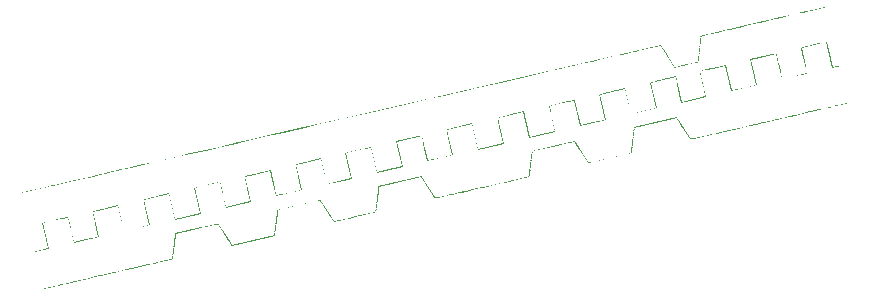
<source format=gbr>
%TF.GenerationSoftware,KiCad,Pcbnew,7.0.9*%
%TF.CreationDate,2024-01-07T05:54:30-05:00*%
%TF.ProjectId,Flipper-ICSP,466c6970-7065-4722-9d49-4353502e6b69,A*%
%TF.SameCoordinates,Original*%
%TF.FileFunction,Legend,Bot*%
%TF.FilePolarity,Positive*%
%FSLAX46Y46*%
G04 Gerber Fmt 4.6, Leading zero omitted, Abs format (unit mm)*
G04 Created by KiCad (PCBNEW 7.0.9) date 2024-01-07 05:54:30*
%MOMM*%
%LPD*%
G01*
G04 APERTURE LIST*
G04 APERTURE END LIST*
%TO.C,G\u002A\u002A\u002A*%
G36*
X126497530Y-59362264D02*
G01*
X126502353Y-59367399D01*
X126502463Y-59369723D01*
X126497497Y-59376769D01*
X126482640Y-59385181D01*
X126455193Y-59395655D01*
X126412454Y-59408890D01*
X126351726Y-59425585D01*
X126270305Y-59446439D01*
X126165493Y-59472150D01*
X126034591Y-59503418D01*
X125874896Y-59540941D01*
X125683710Y-59585417D01*
X125458331Y-59637546D01*
X125373571Y-59657103D01*
X125160663Y-59706083D01*
X124980862Y-59747152D01*
X124831437Y-59780863D01*
X124709653Y-59807774D01*
X124612778Y-59828440D01*
X124538078Y-59843416D01*
X124482820Y-59853259D01*
X124444272Y-59858524D01*
X124419697Y-59859767D01*
X124406367Y-59857543D01*
X124401544Y-59852409D01*
X124401434Y-59850085D01*
X124406401Y-59843038D01*
X124421258Y-59834626D01*
X124448705Y-59824153D01*
X124491444Y-59810917D01*
X124552172Y-59794222D01*
X124633592Y-59773368D01*
X124738404Y-59747657D01*
X124869307Y-59716389D01*
X125029001Y-59678867D01*
X125220188Y-59634390D01*
X125445567Y-59582262D01*
X125530326Y-59562705D01*
X125743235Y-59513724D01*
X125923035Y-59472656D01*
X126072460Y-59438944D01*
X126194244Y-59412033D01*
X126291119Y-59391367D01*
X126365820Y-59376392D01*
X126421077Y-59366548D01*
X126459626Y-59361283D01*
X126484200Y-59360041D01*
X126497530Y-59362264D01*
G37*
G36*
X137304593Y-54716065D02*
G01*
X137308131Y-54718137D01*
X137306899Y-54720698D01*
X137299544Y-54725146D01*
X137284570Y-54731162D01*
X137260760Y-54739033D01*
X137226892Y-54749048D01*
X137181752Y-54761495D01*
X137124118Y-54776662D01*
X137052774Y-54794836D01*
X136966500Y-54816307D01*
X136864076Y-54841361D01*
X136744287Y-54870287D01*
X136605912Y-54903374D01*
X136447734Y-54940908D01*
X136268533Y-54983178D01*
X136067091Y-55030473D01*
X135842190Y-55083080D01*
X135592611Y-55141287D01*
X135317136Y-55205382D01*
X135014547Y-55275654D01*
X134683624Y-55352389D01*
X134323149Y-55435878D01*
X133931904Y-55526406D01*
X133508669Y-55624263D01*
X133052228Y-55729737D01*
X132561361Y-55843115D01*
X132034850Y-55964685D01*
X131622154Y-56059974D01*
X131123476Y-56175147D01*
X130659494Y-56282351D01*
X130228990Y-56381875D01*
X129830745Y-56474006D01*
X129463541Y-56559033D01*
X129126160Y-56637244D01*
X128817383Y-56708927D01*
X128535991Y-56774369D01*
X128280766Y-56833858D01*
X128050489Y-56887684D01*
X127843942Y-56936134D01*
X127659908Y-56979495D01*
X127497165Y-57018056D01*
X127354497Y-57052105D01*
X127230685Y-57081931D01*
X127124510Y-57107820D01*
X127034754Y-57130062D01*
X126960199Y-57148944D01*
X126899626Y-57164753D01*
X126851815Y-57177779D01*
X126815550Y-57188310D01*
X126789611Y-57196632D01*
X126772780Y-57203035D01*
X126763838Y-57207807D01*
X126761567Y-57211235D01*
X126761333Y-57224867D01*
X126740307Y-57245258D01*
X126728157Y-57251445D01*
X126719047Y-57279282D01*
X126718812Y-57292915D01*
X126697786Y-57313307D01*
X126686841Y-57319385D01*
X126680288Y-57347122D01*
X126689289Y-57402615D01*
X126696286Y-57438046D01*
X126696506Y-57476865D01*
X126680792Y-57491923D01*
X126669846Y-57498002D01*
X126663294Y-57525738D01*
X126672295Y-57581232D01*
X126679291Y-57616663D01*
X126679512Y-57655481D01*
X126663798Y-57670540D01*
X126652852Y-57676618D01*
X126646299Y-57704355D01*
X126655301Y-57759849D01*
X126662297Y-57795280D01*
X126662517Y-57834097D01*
X126646803Y-57849157D01*
X126630033Y-57865029D01*
X126631925Y-57910823D01*
X126635186Y-57950940D01*
X126617046Y-57972489D01*
X126606100Y-57978567D01*
X126599547Y-58006304D01*
X126608548Y-58061798D01*
X126615545Y-58097230D01*
X126615766Y-58136047D01*
X126600052Y-58151106D01*
X126589106Y-58157184D01*
X126582554Y-58184921D01*
X126591555Y-58240414D01*
X126598551Y-58275846D01*
X126598771Y-58314664D01*
X126583058Y-58329722D01*
X126572112Y-58335801D01*
X126565559Y-58363538D01*
X126574560Y-58419031D01*
X126581557Y-58454462D01*
X126581777Y-58493281D01*
X126566064Y-58508339D01*
X126555117Y-58514418D01*
X126548565Y-58542154D01*
X126557567Y-58597648D01*
X126564563Y-58633079D01*
X126564783Y-58671896D01*
X126549069Y-58686956D01*
X126538124Y-58693034D01*
X126531571Y-58720771D01*
X126540572Y-58776265D01*
X126547568Y-58811696D01*
X126547789Y-58850513D01*
X126532076Y-58865573D01*
X126521129Y-58871651D01*
X126514577Y-58899388D01*
X126523578Y-58954881D01*
X126530574Y-58990313D01*
X126530795Y-59029130D01*
X126515081Y-59044189D01*
X126504135Y-59050268D01*
X126497582Y-59078005D01*
X126506584Y-59133497D01*
X126513580Y-59168930D01*
X126513801Y-59207747D01*
X126498086Y-59222806D01*
X126485937Y-59228993D01*
X126476826Y-59256830D01*
X126476592Y-59270462D01*
X126455566Y-59290854D01*
X126441933Y-59290619D01*
X126421542Y-59269594D01*
X126421777Y-59255961D01*
X126442803Y-59235569D01*
X126453748Y-59229491D01*
X126460300Y-59201754D01*
X126451299Y-59146261D01*
X126444303Y-59110829D01*
X126444083Y-59072012D01*
X126459796Y-59056952D01*
X126470742Y-59050874D01*
X126477295Y-59023137D01*
X126468294Y-58967645D01*
X126461297Y-58932213D01*
X126461077Y-58893395D01*
X126476791Y-58878336D01*
X126487736Y-58872257D01*
X126494289Y-58844520D01*
X126485288Y-58789028D01*
X126478292Y-58753596D01*
X126478071Y-58714778D01*
X126493785Y-58699720D01*
X126504730Y-58693641D01*
X126511283Y-58665904D01*
X126502282Y-58610411D01*
X126495285Y-58574979D01*
X126495066Y-58536162D01*
X126510779Y-58521103D01*
X126521725Y-58515024D01*
X126528277Y-58487287D01*
X126519277Y-58431794D01*
X126512280Y-58396362D01*
X126512059Y-58357545D01*
X126527773Y-58342486D01*
X126538718Y-58336407D01*
X126545271Y-58308671D01*
X126536270Y-58253178D01*
X126529274Y-58217745D01*
X126529054Y-58178928D01*
X126544768Y-58163869D01*
X126555713Y-58157790D01*
X126562266Y-58130054D01*
X126553265Y-58074561D01*
X126546268Y-58039129D01*
X126546048Y-58000311D01*
X126561761Y-57985252D01*
X126572707Y-57979173D01*
X126579260Y-57951437D01*
X126570258Y-57895944D01*
X126563262Y-57860512D01*
X126563042Y-57821694D01*
X126578756Y-57806636D01*
X126589701Y-57800557D01*
X126596254Y-57772821D01*
X126587253Y-57717327D01*
X126580257Y-57681895D01*
X126580036Y-57643078D01*
X126595749Y-57628019D01*
X126606696Y-57621940D01*
X126613248Y-57594204D01*
X126604247Y-57538710D01*
X126597250Y-57503278D01*
X126597030Y-57464461D01*
X126612744Y-57449402D01*
X126629514Y-57433530D01*
X126627622Y-57387736D01*
X126624362Y-57347619D01*
X126642502Y-57326070D01*
X126653447Y-57319991D01*
X126660000Y-57292255D01*
X126650999Y-57236762D01*
X126631854Y-57153835D01*
X131966802Y-55922165D01*
X132451705Y-55810230D01*
X132948471Y-55695591D01*
X133410712Y-55588964D01*
X133839643Y-55490077D01*
X134236479Y-55398655D01*
X134602436Y-55314425D01*
X134938728Y-55237111D01*
X135246571Y-55166441D01*
X135527180Y-55102141D01*
X135781769Y-55043935D01*
X136011555Y-54991552D01*
X136217752Y-54944716D01*
X136401574Y-54903154D01*
X136564238Y-54866593D01*
X136706959Y-54834757D01*
X136830952Y-54807372D01*
X136937430Y-54784166D01*
X137027611Y-54764864D01*
X137102708Y-54749193D01*
X137163938Y-54736879D01*
X137212514Y-54727646D01*
X137249653Y-54721223D01*
X137276569Y-54717335D01*
X137294477Y-54715706D01*
X137304593Y-54716065D01*
G37*
G36*
X123333932Y-58002567D02*
G01*
X123343177Y-58037479D01*
X123359995Y-58072465D01*
X123380720Y-58079112D01*
X123402751Y-58086026D01*
X123421125Y-58128014D01*
X123435781Y-58165501D01*
X123461531Y-58176917D01*
X123474034Y-58177582D01*
X123492082Y-58199639D01*
X123508319Y-58253462D01*
X123517563Y-58288375D01*
X123534381Y-58323361D01*
X123555106Y-58330007D01*
X123567609Y-58330672D01*
X123585657Y-58352729D01*
X123601893Y-58406552D01*
X123611138Y-58441465D01*
X123627956Y-58476451D01*
X123648681Y-58483097D01*
X123661183Y-58483762D01*
X123679231Y-58505819D01*
X123695468Y-58559642D01*
X123704712Y-58594555D01*
X123721531Y-58629540D01*
X123742255Y-58636187D01*
X123754758Y-58636851D01*
X123772806Y-58658909D01*
X123789043Y-58712732D01*
X123798287Y-58747645D01*
X123815105Y-58782631D01*
X123835830Y-58789277D01*
X123848332Y-58789941D01*
X123866381Y-58811998D01*
X123882617Y-58865822D01*
X123891862Y-58900734D01*
X123908680Y-58935720D01*
X123929405Y-58942367D01*
X123941907Y-58943031D01*
X123959955Y-58965089D01*
X123976192Y-59018912D01*
X123985436Y-59053824D01*
X124002255Y-59088810D01*
X124022979Y-59095457D01*
X124035482Y-59096121D01*
X124053531Y-59118178D01*
X124069767Y-59172001D01*
X124079011Y-59206914D01*
X124095829Y-59241899D01*
X124116554Y-59248547D01*
X124129056Y-59249211D01*
X124147105Y-59271269D01*
X124163341Y-59325092D01*
X124172586Y-59360004D01*
X124189404Y-59394989D01*
X124210128Y-59401637D01*
X124222631Y-59402301D01*
X124240680Y-59424358D01*
X124256916Y-59478181D01*
X124266160Y-59513094D01*
X124282979Y-59548079D01*
X124303703Y-59554726D01*
X124316206Y-59555391D01*
X124334255Y-59577448D01*
X124350490Y-59631271D01*
X124359735Y-59666184D01*
X124376553Y-59701169D01*
X124397278Y-59707815D01*
X124410911Y-59708051D01*
X124431302Y-59729077D01*
X124431068Y-59742709D01*
X124410042Y-59763100D01*
X124396410Y-59762866D01*
X124376017Y-59741840D01*
X124369831Y-59729690D01*
X124341993Y-59720579D01*
X124329491Y-59719914D01*
X124311443Y-59697857D01*
X124295206Y-59644034D01*
X124285962Y-59609122D01*
X124269144Y-59574136D01*
X124248418Y-59567489D01*
X124235916Y-59566824D01*
X124217868Y-59544767D01*
X124201632Y-59490945D01*
X124192388Y-59456032D01*
X124175569Y-59421046D01*
X124154845Y-59414400D01*
X124142341Y-59413734D01*
X124124293Y-59391677D01*
X124108057Y-59337855D01*
X124098813Y-59302942D01*
X124081995Y-59267956D01*
X124061269Y-59261310D01*
X124048767Y-59260644D01*
X124030719Y-59238587D01*
X124014482Y-59184765D01*
X124005238Y-59149852D01*
X123988420Y-59114866D01*
X123967695Y-59108220D01*
X123955192Y-59107554D01*
X123937144Y-59085497D01*
X123920907Y-59031675D01*
X123911664Y-58996762D01*
X123894845Y-58961776D01*
X123874120Y-58955130D01*
X123861617Y-58954465D01*
X123843569Y-58932408D01*
X123827333Y-58878585D01*
X123818089Y-58843672D01*
X123801271Y-58808686D01*
X123780545Y-58802040D01*
X123768043Y-58801374D01*
X123749995Y-58779318D01*
X123733758Y-58725495D01*
X123724514Y-58690582D01*
X123707695Y-58655596D01*
X123686971Y-58648950D01*
X123664939Y-58642035D01*
X123646565Y-58600047D01*
X123631911Y-58562561D01*
X123606160Y-58551145D01*
X123593657Y-58550480D01*
X123575608Y-58528422D01*
X123559373Y-58474600D01*
X123550128Y-58439687D01*
X123533310Y-58404701D01*
X123512585Y-58398055D01*
X123500082Y-58397389D01*
X123482034Y-58375332D01*
X123465798Y-58321510D01*
X123456553Y-58286597D01*
X123439735Y-58251611D01*
X123419011Y-58244965D01*
X123406507Y-58244300D01*
X123388459Y-58222243D01*
X123372223Y-58168420D01*
X123362979Y-58133507D01*
X123346161Y-58098521D01*
X123325435Y-58091875D01*
X123311803Y-58091641D01*
X123291412Y-58070614D01*
X123285225Y-58058464D01*
X123257387Y-58049354D01*
X123243755Y-58049119D01*
X123223364Y-58028094D01*
X123222541Y-58027623D01*
X123216661Y-58027693D01*
X123204686Y-58029209D01*
X123186077Y-58032295D01*
X123160294Y-58037075D01*
X123126797Y-58043674D01*
X123085046Y-58052213D01*
X123034504Y-58062819D01*
X122974627Y-58075614D01*
X122904879Y-58090724D01*
X122824719Y-58108272D01*
X122733606Y-58128381D01*
X122631002Y-58151177D01*
X122516368Y-58176782D01*
X122389163Y-58205321D01*
X122248846Y-58236919D01*
X122094881Y-58271699D01*
X121926727Y-58309784D01*
X121743842Y-58351299D01*
X121545689Y-58396369D01*
X121331727Y-58445117D01*
X121101416Y-58497666D01*
X120854219Y-58554142D01*
X120589593Y-58614668D01*
X120307000Y-58679368D01*
X120005901Y-58748365D01*
X119685755Y-58821785D01*
X119346023Y-58899751D01*
X118986165Y-58982387D01*
X118605642Y-59069817D01*
X118203912Y-59162166D01*
X117780439Y-59259555D01*
X117334681Y-59362113D01*
X116866099Y-59469959D01*
X116374154Y-59583220D01*
X115858306Y-59702019D01*
X115318014Y-59826480D01*
X114752739Y-59956727D01*
X114161942Y-60092884D01*
X113545083Y-60235077D01*
X112901623Y-60383426D01*
X112231021Y-60538058D01*
X111532739Y-60699097D01*
X110806235Y-60866665D01*
X110050971Y-61040888D01*
X109266408Y-61221888D01*
X108452005Y-61409792D01*
X107607223Y-61604722D01*
X106731522Y-61806801D01*
X105824362Y-62016155D01*
X104885204Y-62232907D01*
X103913508Y-62457182D01*
X102908736Y-62689103D01*
X101870346Y-62928794D01*
X100797798Y-63176379D01*
X99690555Y-63431983D01*
X98548076Y-63695729D01*
X97369821Y-63967741D01*
X96155250Y-64248144D01*
X95540796Y-64390002D01*
X94344529Y-64666176D01*
X93184305Y-64934022D01*
X92059587Y-65193663D01*
X90969833Y-65445226D01*
X89914505Y-65688832D01*
X88893062Y-65924605D01*
X87904966Y-66152672D01*
X86949676Y-66373153D01*
X86026654Y-66586175D01*
X85135358Y-66791860D01*
X84275250Y-66990335D01*
X83445790Y-67181721D01*
X82646438Y-67366142D01*
X81876654Y-67543724D01*
X81135899Y-67714590D01*
X80423634Y-67878863D01*
X79739319Y-68036669D01*
X79082413Y-68188132D01*
X78452378Y-68333374D01*
X77848673Y-68472520D01*
X77270760Y-68605694D01*
X76718097Y-68733021D01*
X76190146Y-68854623D01*
X75686368Y-68970625D01*
X75206222Y-69081152D01*
X74749168Y-69186327D01*
X74314667Y-69286274D01*
X73902181Y-69381117D01*
X73511168Y-69470980D01*
X73141088Y-69555987D01*
X72791404Y-69636263D01*
X72461574Y-69711931D01*
X72151059Y-69783115D01*
X71859320Y-69849938D01*
X71585817Y-69912527D01*
X71330009Y-69971003D01*
X71091359Y-70025492D01*
X70869326Y-70076117D01*
X70663369Y-70123003D01*
X70472950Y-70166271D01*
X70297530Y-70206049D01*
X70136567Y-70242459D01*
X69989523Y-70275626D01*
X69855858Y-70305672D01*
X69735033Y-70332723D01*
X69626507Y-70356902D01*
X69529741Y-70378332D01*
X69444195Y-70397140D01*
X69369331Y-70413448D01*
X69304607Y-70427381D01*
X69249484Y-70439061D01*
X69203423Y-70448614D01*
X69165885Y-70456163D01*
X69136329Y-70461833D01*
X69114216Y-70465747D01*
X69099006Y-70468030D01*
X69090159Y-70468804D01*
X69087137Y-70468195D01*
X69087826Y-70467298D01*
X69093492Y-70464706D01*
X69105301Y-70460735D01*
X69123791Y-70455259D01*
X69149503Y-70448154D01*
X69182975Y-70439294D01*
X69224744Y-70428555D01*
X69275352Y-70415811D01*
X69335335Y-70400939D01*
X69405233Y-70383811D01*
X69485586Y-70364304D01*
X69576931Y-70342292D01*
X69679808Y-70317651D01*
X69794755Y-70290256D01*
X69922312Y-70259981D01*
X70063017Y-70226702D01*
X70217409Y-70190293D01*
X70386027Y-70150631D01*
X70569409Y-70107589D01*
X70768095Y-70061043D01*
X70982623Y-70010867D01*
X71213534Y-69956937D01*
X71461364Y-69899129D01*
X71726652Y-69837316D01*
X72009939Y-69771373D01*
X72311763Y-69701176D01*
X72632662Y-69626600D01*
X72973175Y-69547521D01*
X73333841Y-69463812D01*
X73715200Y-69375349D01*
X74117789Y-69282007D01*
X74542148Y-69183661D01*
X74988816Y-69080185D01*
X75458331Y-68971457D01*
X75951233Y-68857348D01*
X76468060Y-68737736D01*
X77009351Y-68612495D01*
X77575644Y-68481499D01*
X78167479Y-68344625D01*
X78785395Y-68201748D01*
X79429931Y-68052741D01*
X80101624Y-67897480D01*
X80801015Y-67735841D01*
X81528641Y-67567697D01*
X82285043Y-67392924D01*
X83070757Y-67211398D01*
X83886325Y-67022994D01*
X84732284Y-66827585D01*
X85609173Y-66625048D01*
X86517531Y-66415257D01*
X87457897Y-66198086D01*
X88430810Y-65973413D01*
X89436808Y-65741111D01*
X90476430Y-65501055D01*
X91550217Y-65253120D01*
X92658705Y-64997182D01*
X93802434Y-64733116D01*
X94981943Y-64460796D01*
X96197771Y-64180097D01*
X123314787Y-57919640D01*
X123333932Y-58002567D01*
G37*
G36*
X137593442Y-58728445D02*
G01*
X137842328Y-59806492D01*
X138146393Y-59736293D01*
X138248123Y-59713153D01*
X138334415Y-59694748D01*
X138393420Y-59684292D01*
X138430151Y-59681095D01*
X138449620Y-59684473D01*
X138456839Y-59693737D01*
X138457157Y-59695610D01*
X138452956Y-59706607D01*
X138434898Y-59718051D01*
X138398353Y-59731427D01*
X138338692Y-59748214D01*
X138251289Y-59769898D01*
X138131515Y-59797960D01*
X137799808Y-59874540D01*
X137550921Y-58796493D01*
X137302035Y-57718446D01*
X136251631Y-57960951D01*
X135201226Y-58203456D01*
X135450112Y-59281503D01*
X135698999Y-60359550D01*
X134620953Y-60608437D01*
X133542906Y-60857324D01*
X133294019Y-59779277D01*
X133045133Y-58701230D01*
X131994729Y-58943735D01*
X130944325Y-59186239D01*
X131193211Y-60264286D01*
X131442098Y-61342333D01*
X130336409Y-61597602D01*
X129230720Y-61852870D01*
X128981834Y-60774823D01*
X128732947Y-59696776D01*
X127682543Y-59939281D01*
X126632138Y-60181786D01*
X126881025Y-61259833D01*
X127129911Y-62337880D01*
X126079507Y-62580385D01*
X125029103Y-62822890D01*
X124780216Y-61744843D01*
X124531330Y-60666796D01*
X123480926Y-60909301D01*
X122430521Y-61151806D01*
X122679407Y-62229853D01*
X122928294Y-63307900D01*
X121822605Y-63563168D01*
X120716917Y-63818436D01*
X120468031Y-62740389D01*
X120219144Y-61662343D01*
X119168739Y-61904848D01*
X118118335Y-62147353D01*
X118367221Y-63225399D01*
X118616108Y-64303446D01*
X117538061Y-64552333D01*
X116460015Y-64801220D01*
X116211129Y-63723173D01*
X115962242Y-62645126D01*
X114911838Y-62887631D01*
X113861433Y-63130136D01*
X114110320Y-64208183D01*
X114359206Y-65286230D01*
X113253517Y-65541498D01*
X112147830Y-65796766D01*
X111898943Y-64718719D01*
X111650056Y-63640672D01*
X110572009Y-63889559D01*
X109493962Y-64138446D01*
X109742849Y-65216493D01*
X109991736Y-66294540D01*
X108886048Y-66549808D01*
X107780359Y-66805076D01*
X107531472Y-65727029D01*
X107282585Y-64648982D01*
X106232180Y-64891487D01*
X105181776Y-65133992D01*
X105430663Y-66212039D01*
X105679550Y-67290086D01*
X104601504Y-67538973D01*
X103523457Y-67787860D01*
X103274570Y-66709813D01*
X103025683Y-65631766D01*
X101975279Y-65874271D01*
X100924874Y-66116776D01*
X101173761Y-67194823D01*
X101422648Y-68272870D01*
X100316960Y-68528138D01*
X99211271Y-68783406D01*
X98962384Y-67705359D01*
X98713498Y-66627312D01*
X97663093Y-66869817D01*
X96612689Y-67112322D01*
X96861575Y-68190369D01*
X97110462Y-69268416D01*
X96060058Y-69510921D01*
X95009654Y-69753426D01*
X94760767Y-68675379D01*
X94511880Y-67597332D01*
X93461475Y-67839837D01*
X92411071Y-68082342D01*
X92659958Y-69160389D01*
X92908845Y-70238436D01*
X91803156Y-70493704D01*
X90697467Y-70748973D01*
X90448580Y-69670926D01*
X90199694Y-68592879D01*
X89149290Y-68835384D01*
X88098886Y-69077888D01*
X88347772Y-70155935D01*
X88596659Y-71233982D01*
X87518612Y-71482869D01*
X86440566Y-71731756D01*
X86191679Y-70653709D01*
X85942793Y-69575662D01*
X84892388Y-69818167D01*
X83841984Y-70060672D01*
X84090870Y-71138719D01*
X84339757Y-72216766D01*
X83234068Y-72472034D01*
X82128379Y-72727302D01*
X81879493Y-71649255D01*
X81630606Y-70571209D01*
X80580202Y-70813713D01*
X79529798Y-71056218D01*
X79778685Y-72134265D01*
X80027571Y-73212312D01*
X78921882Y-73467581D01*
X77816194Y-73722849D01*
X77567307Y-72644802D01*
X77318420Y-71566755D01*
X76268016Y-71809260D01*
X75217612Y-72051765D01*
X75466499Y-73129812D01*
X75715385Y-74207859D01*
X74637339Y-74456745D01*
X73559292Y-74705632D01*
X73310405Y-73627585D01*
X73061518Y-72549538D01*
X72011114Y-72792043D01*
X70960710Y-73034548D01*
X71209597Y-74112595D01*
X71458483Y-75190642D01*
X70850355Y-75331040D01*
X70754773Y-75353055D01*
X70605595Y-75387067D01*
X70487671Y-75413289D01*
X70397418Y-75432374D01*
X70331255Y-75444984D01*
X70285599Y-75451773D01*
X70256867Y-75453399D01*
X70241476Y-75450521D01*
X70235844Y-75443794D01*
X70235594Y-75440894D01*
X70240893Y-75432055D01*
X70258018Y-75422091D01*
X70290557Y-75409992D01*
X70342095Y-75394749D01*
X70416217Y-75375351D01*
X70516509Y-75350790D01*
X70646558Y-75320054D01*
X70809949Y-75282136D01*
X71390435Y-75148121D01*
X71141548Y-74070074D01*
X70892662Y-72992028D01*
X71970709Y-72743141D01*
X72091925Y-72715179D01*
X72302737Y-72666712D01*
X72480805Y-72626076D01*
X72628827Y-72592720D01*
X72749501Y-72566094D01*
X72845526Y-72545646D01*
X72919600Y-72530828D01*
X72974421Y-72521088D01*
X73012687Y-72515874D01*
X73037096Y-72514639D01*
X73050347Y-72516829D01*
X73055136Y-72521896D01*
X73061324Y-72534046D01*
X73089161Y-72543156D01*
X73091485Y-72543047D01*
X73098532Y-72548014D01*
X73106943Y-72562871D01*
X73117417Y-72590318D01*
X73130652Y-72633056D01*
X73147347Y-72693785D01*
X73168201Y-72775205D01*
X73193913Y-72880016D01*
X73225181Y-73010919D01*
X73262703Y-73170614D01*
X73307180Y-73361801D01*
X73359308Y-73587180D01*
X73601813Y-74637584D01*
X74624575Y-74401461D01*
X75647337Y-74165337D01*
X75404832Y-73114933D01*
X75385275Y-73030173D01*
X75336295Y-72817265D01*
X75295227Y-72637465D01*
X75261516Y-72488039D01*
X75234605Y-72366256D01*
X75213939Y-72269381D01*
X75198962Y-72194681D01*
X75189120Y-72139423D01*
X75183854Y-72100874D01*
X75182611Y-72076300D01*
X75184835Y-72062969D01*
X75189969Y-72058147D01*
X75202119Y-72051960D01*
X75211230Y-72024123D01*
X75211353Y-72020821D01*
X75217633Y-72013679D01*
X75234141Y-72005062D01*
X75263542Y-71994280D01*
X75308504Y-71980649D01*
X75371692Y-71963478D01*
X75455772Y-71942078D01*
X75563413Y-71915765D01*
X75697279Y-71883848D01*
X75860037Y-71845639D01*
X76054353Y-71800450D01*
X76282895Y-71747594D01*
X77360942Y-71498708D01*
X77609828Y-72576754D01*
X77858715Y-73654801D01*
X78909119Y-73412296D01*
X79959523Y-73169791D01*
X79717018Y-72119387D01*
X79697461Y-72034627D01*
X79648481Y-71821718D01*
X79607413Y-71641918D01*
X79573701Y-71492493D01*
X79546790Y-71370709D01*
X79526125Y-71273834D01*
X79511148Y-71199135D01*
X79501305Y-71143876D01*
X79496041Y-71105328D01*
X79494797Y-71080754D01*
X79497021Y-71067423D01*
X79502156Y-71062600D01*
X79514306Y-71056413D01*
X79523416Y-71028576D01*
X79523538Y-71025274D01*
X79529819Y-71018132D01*
X79546326Y-71009515D01*
X79575728Y-70998734D01*
X79620690Y-70985102D01*
X79683878Y-70967931D01*
X79767959Y-70946531D01*
X79875598Y-70920218D01*
X80009464Y-70888301D01*
X80172223Y-70850092D01*
X80366539Y-70804903D01*
X80595080Y-70752048D01*
X81673127Y-70503161D01*
X81922014Y-71581207D01*
X82170901Y-72659254D01*
X83221305Y-72416749D01*
X84271710Y-72174244D01*
X84022823Y-71096197D01*
X83773937Y-70018151D01*
X84851982Y-69769265D01*
X84973199Y-69741302D01*
X85184011Y-69692836D01*
X85362078Y-69652200D01*
X85510101Y-69618844D01*
X85630775Y-69592218D01*
X85726800Y-69571770D01*
X85800874Y-69556952D01*
X85855694Y-69547211D01*
X85893960Y-69541998D01*
X85918370Y-69540762D01*
X85931620Y-69542953D01*
X85936411Y-69548020D01*
X85942598Y-69560170D01*
X85970435Y-69569280D01*
X85972758Y-69569171D01*
X85979805Y-69574138D01*
X85988217Y-69588994D01*
X85998691Y-69616442D01*
X86011926Y-69659180D01*
X86028621Y-69719909D01*
X86049475Y-69801328D01*
X86075186Y-69906140D01*
X86106455Y-70037043D01*
X86143977Y-70196737D01*
X86188453Y-70387924D01*
X86240582Y-70613304D01*
X86483086Y-71663708D01*
X87505849Y-71427584D01*
X88528611Y-71191461D01*
X88286106Y-70141057D01*
X88266549Y-70056297D01*
X88217568Y-69843388D01*
X88176501Y-69663588D01*
X88142789Y-69514163D01*
X88115878Y-69392379D01*
X88095212Y-69295504D01*
X88080236Y-69220805D01*
X88070393Y-69165547D01*
X88065128Y-69126998D01*
X88063885Y-69102424D01*
X88066109Y-69089093D01*
X88071244Y-69084270D01*
X88083393Y-69078083D01*
X88092504Y-69050247D01*
X88092626Y-69046944D01*
X88098907Y-69039803D01*
X88115414Y-69031185D01*
X88144816Y-69020404D01*
X88189778Y-69006773D01*
X88252965Y-68989601D01*
X88337045Y-68968202D01*
X88444686Y-68941889D01*
X88578552Y-68909971D01*
X88741311Y-68871762D01*
X88935627Y-68826574D01*
X89164168Y-68773718D01*
X90242215Y-68524831D01*
X90491102Y-69602877D01*
X90739988Y-70680924D01*
X91790393Y-70438419D01*
X92840798Y-70195914D01*
X92598293Y-69145510D01*
X92578735Y-69060750D01*
X92529755Y-68847842D01*
X92488686Y-68668042D01*
X92454975Y-68518616D01*
X92428064Y-68396833D01*
X92407398Y-68299958D01*
X92392422Y-68225258D01*
X92382579Y-68170000D01*
X92377314Y-68131451D01*
X92376072Y-68106877D01*
X92378295Y-68093546D01*
X92383429Y-68088724D01*
X92395579Y-68082537D01*
X92404690Y-68054700D01*
X92404812Y-68051398D01*
X92411092Y-68044256D01*
X92427601Y-68035639D01*
X92457001Y-68024858D01*
X92501963Y-68011226D01*
X92565151Y-67994055D01*
X92649232Y-67972655D01*
X92756873Y-67946342D01*
X92890738Y-67914425D01*
X93053496Y-67876216D01*
X93247813Y-67831027D01*
X93476355Y-67778171D01*
X94554401Y-67529285D01*
X94803288Y-68607331D01*
X95052174Y-69685378D01*
X96047295Y-69455636D01*
X97042415Y-69225895D01*
X96799910Y-68175490D01*
X96780352Y-68090731D01*
X96731372Y-67877822D01*
X96690304Y-67698022D01*
X96656592Y-67548597D01*
X96629681Y-67426813D01*
X96609015Y-67329938D01*
X96594039Y-67255238D01*
X96584196Y-67199980D01*
X96578932Y-67161432D01*
X96577689Y-67136857D01*
X96579912Y-67123526D01*
X96585047Y-67118704D01*
X96597196Y-67112517D01*
X96606307Y-67084680D01*
X96606429Y-67081378D01*
X96612710Y-67074236D01*
X96629218Y-67065619D01*
X96658619Y-67054838D01*
X96703581Y-67041206D01*
X96766768Y-67024035D01*
X96850849Y-67002635D01*
X96958490Y-66976322D01*
X97092355Y-66944405D01*
X97255114Y-66906196D01*
X97449431Y-66861007D01*
X97677972Y-66808152D01*
X98756018Y-66559265D01*
X99004905Y-67637311D01*
X99253791Y-68715358D01*
X100304197Y-68472853D01*
X101354601Y-68230348D01*
X101105714Y-67152301D01*
X100856827Y-66074255D01*
X101934873Y-65825369D01*
X102056090Y-65797406D01*
X102266901Y-65748940D01*
X102444969Y-65708304D01*
X102592992Y-65674948D01*
X102713666Y-65648322D01*
X102809691Y-65627874D01*
X102883765Y-65613056D01*
X102938586Y-65603315D01*
X102976851Y-65598102D01*
X103001261Y-65596866D01*
X103014511Y-65599057D01*
X103019302Y-65604124D01*
X103025488Y-65616273D01*
X103053325Y-65625384D01*
X103055649Y-65625274D01*
X103062697Y-65630241D01*
X103071108Y-65645098D01*
X103081582Y-65672545D01*
X103094817Y-65715284D01*
X103111512Y-65776013D01*
X103132366Y-65857432D01*
X103158078Y-65962243D01*
X103189345Y-66093147D01*
X103226868Y-66252841D01*
X103271344Y-66444028D01*
X103323473Y-66669407D01*
X103565978Y-67719811D01*
X104588740Y-67483688D01*
X105611502Y-67247565D01*
X105368997Y-66197161D01*
X105349440Y-66112401D01*
X105300459Y-65899492D01*
X105259391Y-65719692D01*
X105225680Y-65570267D01*
X105198769Y-65448483D01*
X105178103Y-65351608D01*
X105163127Y-65276909D01*
X105153284Y-65221650D01*
X105148019Y-65183102D01*
X105146777Y-65158527D01*
X105149000Y-65145197D01*
X105154134Y-65140374D01*
X105166284Y-65134187D01*
X105175395Y-65106350D01*
X105175517Y-65103048D01*
X105181797Y-65095907D01*
X105198305Y-65087289D01*
X105227706Y-65076508D01*
X105272668Y-65062876D01*
X105335856Y-65045705D01*
X105419937Y-65024306D01*
X105527577Y-64997993D01*
X105661443Y-64966075D01*
X105824201Y-64927866D01*
X106018518Y-64882677D01*
X106247060Y-64829822D01*
X107325106Y-64580935D01*
X107573993Y-65658981D01*
X107822879Y-66737028D01*
X108873284Y-66494523D01*
X109923688Y-66252018D01*
X109681183Y-65201614D01*
X109661626Y-65116854D01*
X109612646Y-64903946D01*
X109571578Y-64724145D01*
X109537866Y-64574720D01*
X109510956Y-64452937D01*
X109490290Y-64356061D01*
X109475313Y-64281362D01*
X109465470Y-64226104D01*
X109460205Y-64187555D01*
X109458962Y-64162981D01*
X109461186Y-64149650D01*
X109466320Y-64144827D01*
X109478470Y-64138641D01*
X109487581Y-64110804D01*
X109488107Y-64106540D01*
X109495729Y-64099284D01*
X109513902Y-64090445D01*
X109545262Y-64079348D01*
X109592441Y-64065314D01*
X109658073Y-64047664D01*
X109744794Y-64025722D01*
X109855234Y-63998809D01*
X109992030Y-63966247D01*
X110157816Y-63927359D01*
X110355224Y-63881468D01*
X110586888Y-63827894D01*
X111692577Y-63572625D01*
X111941463Y-64650671D01*
X112190350Y-65728718D01*
X113240754Y-65486213D01*
X114291159Y-65243708D01*
X114042272Y-64165661D01*
X113793386Y-63087615D01*
X114871432Y-62838729D01*
X114992648Y-62810766D01*
X115203460Y-62762300D01*
X115381527Y-62721664D01*
X115529550Y-62688308D01*
X115650224Y-62661682D01*
X115746249Y-62641234D01*
X115820324Y-62626416D01*
X115875145Y-62616675D01*
X115913410Y-62611462D01*
X115937819Y-62610226D01*
X115951070Y-62612417D01*
X115955860Y-62617484D01*
X115962047Y-62629634D01*
X115989884Y-62638744D01*
X115992208Y-62638635D01*
X115999256Y-62643601D01*
X116007666Y-62658458D01*
X116018140Y-62685906D01*
X116031375Y-62728644D01*
X116048070Y-62789373D01*
X116068924Y-62870792D01*
X116094636Y-62975604D01*
X116125904Y-63106507D01*
X116163427Y-63266201D01*
X116207902Y-63457388D01*
X116260032Y-63682767D01*
X116502537Y-64733171D01*
X117525298Y-64497048D01*
X118548060Y-64260925D01*
X118305555Y-63210521D01*
X118285998Y-63125761D01*
X118237018Y-62912852D01*
X118195950Y-62733052D01*
X118162238Y-62583627D01*
X118135327Y-62461843D01*
X118114662Y-62364968D01*
X118099685Y-62290269D01*
X118089842Y-62235011D01*
X118084578Y-62196462D01*
X118083335Y-62171888D01*
X118085558Y-62158557D01*
X118090693Y-62153734D01*
X118102843Y-62147548D01*
X118111953Y-62119711D01*
X118112075Y-62116408D01*
X118118356Y-62109267D01*
X118134863Y-62100649D01*
X118164265Y-62089868D01*
X118209227Y-62076237D01*
X118272415Y-62059065D01*
X118356496Y-62037666D01*
X118464135Y-62011353D01*
X118598001Y-61979435D01*
X118760760Y-61941226D01*
X118955076Y-61896038D01*
X119183618Y-61843182D01*
X120261664Y-61594295D01*
X120510551Y-62672341D01*
X120759438Y-63750388D01*
X121809842Y-63507883D01*
X122860247Y-63265378D01*
X122617742Y-62214974D01*
X122598185Y-62130214D01*
X122549204Y-61917306D01*
X122508136Y-61737506D01*
X122474424Y-61588081D01*
X122447513Y-61466297D01*
X122426847Y-61369422D01*
X122411872Y-61294722D01*
X122402028Y-61239464D01*
X122396764Y-61200915D01*
X122395521Y-61176341D01*
X122397744Y-61163010D01*
X122402879Y-61158188D01*
X122415028Y-61152001D01*
X122424139Y-61124164D01*
X122424262Y-61120862D01*
X122430543Y-61113720D01*
X122447050Y-61105103D01*
X122476452Y-61094321D01*
X122521412Y-61080690D01*
X122584600Y-61063519D01*
X122668681Y-61042119D01*
X122776322Y-61015806D01*
X122910188Y-60983889D01*
X123072946Y-60945680D01*
X123267263Y-60900491D01*
X123495804Y-60847635D01*
X124573850Y-60598749D01*
X124822737Y-61676795D01*
X125071623Y-62754842D01*
X126066744Y-62525100D01*
X127061864Y-62295359D01*
X126819359Y-61244955D01*
X126799802Y-61160195D01*
X126750822Y-60947286D01*
X126709753Y-60767486D01*
X126676041Y-60618061D01*
X126649130Y-60496277D01*
X126628465Y-60399402D01*
X126613489Y-60324702D01*
X126603645Y-60269444D01*
X126598381Y-60230896D01*
X126597138Y-60206321D01*
X126599361Y-60192991D01*
X126604496Y-60188168D01*
X126616646Y-60181981D01*
X126625756Y-60154144D01*
X126625879Y-60150842D01*
X126632160Y-60143700D01*
X126648667Y-60135083D01*
X126678069Y-60124302D01*
X126723030Y-60110670D01*
X126786218Y-60093499D01*
X126870299Y-60072099D01*
X126977939Y-60045786D01*
X127111805Y-60013869D01*
X127274563Y-59975660D01*
X127468880Y-59930471D01*
X127697421Y-59877616D01*
X128775467Y-59628729D01*
X129024354Y-60706775D01*
X129273241Y-61784822D01*
X130323646Y-61542317D01*
X131374050Y-61299812D01*
X131125163Y-60221765D01*
X130876276Y-59143719D01*
X131954323Y-58894832D01*
X132075539Y-58866870D01*
X132286351Y-58818403D01*
X132464419Y-58777767D01*
X132612441Y-58744412D01*
X132733115Y-58717786D01*
X132829140Y-58697338D01*
X132903214Y-58682520D01*
X132958035Y-58672779D01*
X132996301Y-58667566D01*
X133020710Y-58666330D01*
X133033960Y-58668521D01*
X133038751Y-58673588D01*
X133044938Y-58685738D01*
X133072775Y-58694848D01*
X133075099Y-58694738D01*
X133082146Y-58699705D01*
X133090557Y-58714562D01*
X133101031Y-58742010D01*
X133114266Y-58784748D01*
X133130962Y-58845476D01*
X133151816Y-58926896D01*
X133177527Y-59031708D01*
X133208794Y-59162611D01*
X133246318Y-59322305D01*
X133290794Y-59513492D01*
X133342923Y-59738871D01*
X133585427Y-60789275D01*
X134608190Y-60553152D01*
X135630952Y-60317029D01*
X135388447Y-59266625D01*
X135368890Y-59181865D01*
X135319909Y-58968956D01*
X135278841Y-58789156D01*
X135245129Y-58639731D01*
X135218218Y-58517947D01*
X135197552Y-58421072D01*
X135182577Y-58346372D01*
X135172733Y-58291115D01*
X135167469Y-58252566D01*
X135166226Y-58227992D01*
X135168449Y-58214661D01*
X135173584Y-58209838D01*
X135185733Y-58203651D01*
X135194844Y-58175815D01*
X135194967Y-58172512D01*
X135201248Y-58165370D01*
X135217755Y-58156753D01*
X135247157Y-58145972D01*
X135292117Y-58132341D01*
X135355305Y-58115169D01*
X135439386Y-58093770D01*
X135547027Y-58067456D01*
X135680892Y-58035539D01*
X135843651Y-57997330D01*
X136037968Y-57952141D01*
X136266509Y-57899286D01*
X137344555Y-57650399D01*
X137593442Y-58728445D01*
G37*
G36*
X139180915Y-62843149D02*
G01*
X139184354Y-62844950D01*
X139184371Y-62845037D01*
X139181863Y-62848200D01*
X139172822Y-62852716D01*
X139156165Y-62858839D01*
X139130808Y-62866825D01*
X139095668Y-62876926D01*
X139049662Y-62889401D01*
X138991708Y-62904502D01*
X138920722Y-62922485D01*
X138835619Y-62943603D01*
X138735319Y-62968114D01*
X138618737Y-62996270D01*
X138484790Y-63028326D01*
X138332395Y-63064538D01*
X138160469Y-63105160D01*
X137967930Y-63150446D01*
X137753692Y-63200654D01*
X137516674Y-63256035D01*
X137255793Y-63316846D01*
X136969966Y-63383341D01*
X136658108Y-63455774D01*
X136319136Y-63534401D01*
X135951969Y-63619477D01*
X135555522Y-63711256D01*
X135128713Y-63809992D01*
X134670458Y-63915943D01*
X134179674Y-64029360D01*
X133655279Y-64150500D01*
X133096188Y-64279616D01*
X132501318Y-64416965D01*
X132480210Y-64421839D01*
X131886585Y-64558874D01*
X131328691Y-64687633D01*
X130805439Y-64808361D01*
X130315745Y-64921303D01*
X129858523Y-65026705D01*
X129432690Y-65124816D01*
X129037160Y-65215876D01*
X128670846Y-65300137D01*
X128332665Y-65377839D01*
X128021530Y-65449233D01*
X127736356Y-65514562D01*
X127476060Y-65574072D01*
X127239554Y-65628010D01*
X127025754Y-65676620D01*
X126833575Y-65720150D01*
X126661931Y-65758843D01*
X126509738Y-65792948D01*
X126375910Y-65822708D01*
X126259362Y-65848371D01*
X126159008Y-65870181D01*
X126073763Y-65888386D01*
X126002543Y-65903230D01*
X125944262Y-65914960D01*
X125897834Y-65923821D01*
X125862175Y-65930058D01*
X125836199Y-65933919D01*
X125818822Y-65935649D01*
X125808957Y-65935493D01*
X125805520Y-65933697D01*
X125799333Y-65921547D01*
X125771496Y-65912437D01*
X125749465Y-65905521D01*
X125731091Y-65863533D01*
X125716436Y-65826047D01*
X125690685Y-65814631D01*
X125678183Y-65813966D01*
X125660134Y-65791909D01*
X125643898Y-65738086D01*
X125634654Y-65703173D01*
X125617835Y-65668188D01*
X125597111Y-65661540D01*
X125584608Y-65660876D01*
X125566559Y-65638819D01*
X125550324Y-65584995D01*
X125541079Y-65550083D01*
X125524261Y-65515098D01*
X125503536Y-65508451D01*
X125481504Y-65501536D01*
X125463130Y-65459548D01*
X125448475Y-65422061D01*
X125422725Y-65410645D01*
X125410222Y-65409981D01*
X125392174Y-65387923D01*
X125375937Y-65334100D01*
X125366693Y-65299188D01*
X125349874Y-65264202D01*
X125329150Y-65257555D01*
X125316647Y-65256891D01*
X125298599Y-65234834D01*
X125282363Y-65181010D01*
X125273118Y-65146098D01*
X125256300Y-65111112D01*
X125235575Y-65104466D01*
X125223073Y-65103801D01*
X125205024Y-65081743D01*
X125188788Y-65027920D01*
X125179543Y-64993008D01*
X125162725Y-64958023D01*
X125142001Y-64951375D01*
X125119969Y-64944461D01*
X125101595Y-64902473D01*
X125086940Y-64864986D01*
X125061189Y-64853570D01*
X125048686Y-64852906D01*
X125030638Y-64830849D01*
X125014402Y-64777025D01*
X125005157Y-64742112D01*
X124988339Y-64707127D01*
X124967614Y-64700480D01*
X124955112Y-64699816D01*
X124937064Y-64677758D01*
X124920827Y-64623935D01*
X124911583Y-64589023D01*
X124894764Y-64554037D01*
X124874040Y-64547390D01*
X124861537Y-64546726D01*
X124843489Y-64524669D01*
X124827252Y-64470846D01*
X124818009Y-64435933D01*
X124801190Y-64400947D01*
X124780465Y-64394300D01*
X124758434Y-64387386D01*
X124740060Y-64345398D01*
X124725404Y-64307911D01*
X124699653Y-64296495D01*
X124687151Y-64295830D01*
X124669103Y-64273773D01*
X124652866Y-64219950D01*
X124633721Y-64137024D01*
X122836977Y-64551835D01*
X121040233Y-64966646D01*
X121059378Y-65049572D01*
X121066375Y-65085005D01*
X121066594Y-65123822D01*
X121050881Y-65138881D01*
X121039935Y-65144960D01*
X121033382Y-65172696D01*
X121042384Y-65228189D01*
X121049380Y-65263622D01*
X121049601Y-65302439D01*
X121033887Y-65317498D01*
X121022942Y-65323577D01*
X121016389Y-65351313D01*
X121025390Y-65406806D01*
X121032386Y-65442238D01*
X121032606Y-65481056D01*
X121016893Y-65496114D01*
X121000122Y-65511987D01*
X121002014Y-65557781D01*
X121005275Y-65597898D01*
X120987135Y-65619446D01*
X120976189Y-65625526D01*
X120969636Y-65653261D01*
X120978638Y-65708755D01*
X120985634Y-65744187D01*
X120985855Y-65783004D01*
X120970141Y-65798063D01*
X120959196Y-65804142D01*
X120952643Y-65831878D01*
X120961644Y-65887372D01*
X120968640Y-65922804D01*
X120968860Y-65961621D01*
X120953147Y-65976680D01*
X120936376Y-65992553D01*
X120938268Y-66038347D01*
X120941529Y-66078463D01*
X120923389Y-66100012D01*
X120912443Y-66106091D01*
X120905890Y-66133828D01*
X120914892Y-66189320D01*
X120921888Y-66224753D01*
X120922109Y-66263570D01*
X120906395Y-66278629D01*
X120895449Y-66284708D01*
X120888897Y-66312444D01*
X120897898Y-66367937D01*
X120904894Y-66403370D01*
X120905114Y-66442187D01*
X120889401Y-66457246D01*
X120878455Y-66463325D01*
X120871902Y-66491061D01*
X120880903Y-66546554D01*
X120887900Y-66581986D01*
X120888121Y-66620804D01*
X120872406Y-66635862D01*
X120855636Y-66651736D01*
X120857528Y-66697529D01*
X120860789Y-66737646D01*
X120842648Y-66759195D01*
X120831703Y-66765273D01*
X120825151Y-66793010D01*
X120834152Y-66848503D01*
X120841149Y-66883935D01*
X120841368Y-66922753D01*
X120825655Y-66937811D01*
X120814709Y-66943890D01*
X120808156Y-66971627D01*
X120817157Y-67027120D01*
X120836302Y-67110046D01*
X118984274Y-67537621D01*
X117132245Y-67965195D01*
X117119482Y-67909912D01*
X117104827Y-67872425D01*
X117079077Y-67861008D01*
X117066573Y-67860343D01*
X117048525Y-67838287D01*
X117032289Y-67784463D01*
X117023045Y-67749550D01*
X117006227Y-67714565D01*
X116985501Y-67707919D01*
X116972999Y-67707253D01*
X116954951Y-67685197D01*
X116938714Y-67631373D01*
X116929470Y-67596460D01*
X116912652Y-67561475D01*
X116891927Y-67554828D01*
X116869895Y-67547914D01*
X116851521Y-67505926D01*
X116836867Y-67468439D01*
X116811116Y-67457023D01*
X116798613Y-67456358D01*
X116780565Y-67434302D01*
X116764329Y-67380478D01*
X116755084Y-67345565D01*
X116738266Y-67310580D01*
X116717541Y-67303933D01*
X116705039Y-67303268D01*
X116686990Y-67281211D01*
X116670754Y-67227388D01*
X116661509Y-67192475D01*
X116644691Y-67157490D01*
X116623967Y-67150843D01*
X116601934Y-67143928D01*
X116583560Y-67101940D01*
X116568906Y-67064454D01*
X116543155Y-67053038D01*
X116530652Y-67052373D01*
X116512604Y-67030315D01*
X116496368Y-66976493D01*
X116487123Y-66941580D01*
X116470305Y-66906595D01*
X116449580Y-66899948D01*
X116437078Y-66899283D01*
X116419030Y-66877226D01*
X116402793Y-66823403D01*
X116393549Y-66788490D01*
X116376730Y-66753505D01*
X116356006Y-66746858D01*
X116343503Y-66746193D01*
X116325455Y-66724136D01*
X116309218Y-66670313D01*
X116299974Y-66635400D01*
X116283156Y-66600415D01*
X116262431Y-66593768D01*
X116240400Y-66586853D01*
X116222026Y-66544865D01*
X116207370Y-66507379D01*
X116181619Y-66495963D01*
X116169117Y-66495298D01*
X116151069Y-66473240D01*
X116134832Y-66419418D01*
X116125589Y-66384505D01*
X116108770Y-66349520D01*
X116088045Y-66342873D01*
X116075542Y-66342208D01*
X116057494Y-66320150D01*
X116041257Y-66266328D01*
X116032014Y-66231415D01*
X116015196Y-66196430D01*
X115994470Y-66189783D01*
X115980838Y-66189549D01*
X115960447Y-66168522D01*
X115957368Y-66165116D01*
X115946858Y-66163125D01*
X115926922Y-66163854D01*
X115895451Y-66167753D01*
X115850336Y-66175278D01*
X115789470Y-66186878D01*
X115710744Y-66203006D01*
X115612049Y-66224114D01*
X115491277Y-66250655D01*
X115346320Y-66283082D01*
X115175069Y-66321844D01*
X114975417Y-66367397D01*
X114745254Y-66420190D01*
X114482472Y-66480677D01*
X114184963Y-66549310D01*
X112415861Y-66957739D01*
X112428625Y-67013024D01*
X112431886Y-67053140D01*
X112413745Y-67074689D01*
X112402800Y-67080768D01*
X112396248Y-67108505D01*
X112405248Y-67163998D01*
X112412244Y-67199430D01*
X112412465Y-67238247D01*
X112396752Y-67253306D01*
X112379980Y-67269179D01*
X112381872Y-67314973D01*
X112385134Y-67355089D01*
X112366994Y-67376639D01*
X112356047Y-67382717D01*
X112349495Y-67410454D01*
X112358497Y-67465947D01*
X112365493Y-67501379D01*
X112365713Y-67540196D01*
X112349999Y-67555256D01*
X112339054Y-67561334D01*
X112332501Y-67589071D01*
X112341502Y-67644563D01*
X112348498Y-67679996D01*
X112348719Y-67718813D01*
X112333005Y-67733872D01*
X112322059Y-67739951D01*
X112315507Y-67767688D01*
X112324508Y-67823180D01*
X112331505Y-67858612D01*
X112331725Y-67897430D01*
X112316011Y-67912488D01*
X112299241Y-67928362D01*
X112301133Y-67974155D01*
X112304393Y-68014272D01*
X112286253Y-68035822D01*
X112275308Y-68041899D01*
X112268755Y-68069636D01*
X112277756Y-68125130D01*
X112284753Y-68160561D01*
X112284973Y-68199379D01*
X112269260Y-68214438D01*
X112258313Y-68220516D01*
X112251761Y-68248253D01*
X112260762Y-68303747D01*
X112267759Y-68339178D01*
X112267979Y-68377995D01*
X112252265Y-68393055D01*
X112241320Y-68399133D01*
X112234766Y-68426870D01*
X112243768Y-68482363D01*
X112250764Y-68517795D01*
X112250985Y-68556612D01*
X112235270Y-68571671D01*
X112218500Y-68587544D01*
X112220392Y-68633337D01*
X112223653Y-68673455D01*
X112205514Y-68695004D01*
X112194567Y-68701082D01*
X112188015Y-68728819D01*
X112197016Y-68784312D01*
X112204012Y-68819744D01*
X112204233Y-68858562D01*
X112188519Y-68873621D01*
X112177574Y-68879699D01*
X112171021Y-68907435D01*
X112180022Y-68962929D01*
X112187018Y-68998360D01*
X112187239Y-69037179D01*
X112171526Y-69052237D01*
X112159375Y-69058424D01*
X112150264Y-69086261D01*
X112150169Y-69087514D01*
X112145604Y-69091800D01*
X112133617Y-69097544D01*
X112112806Y-69105080D01*
X112081771Y-69114742D01*
X112039107Y-69126863D01*
X111983413Y-69141777D01*
X111913288Y-69159820D01*
X111827328Y-69181324D01*
X111724132Y-69206624D01*
X111602299Y-69236054D01*
X111460425Y-69269946D01*
X111297108Y-69308636D01*
X111110948Y-69352458D01*
X110900541Y-69401744D01*
X110664486Y-69456831D01*
X110401380Y-69518050D01*
X110109822Y-69585737D01*
X109788408Y-69660226D01*
X109435738Y-69741848D01*
X109050409Y-69830941D01*
X108631020Y-69927836D01*
X108176167Y-70032869D01*
X108007930Y-70071708D01*
X107566012Y-70173693D01*
X107159030Y-70267560D01*
X106785573Y-70353622D01*
X106444237Y-70432195D01*
X106133615Y-70503593D01*
X105852301Y-70568129D01*
X105598887Y-70626118D01*
X105371968Y-70677875D01*
X105170136Y-70723714D01*
X104991985Y-70763950D01*
X104836108Y-70798898D01*
X104701100Y-70828870D01*
X104585553Y-70854184D01*
X104488060Y-70875151D01*
X104407216Y-70892088D01*
X104341614Y-70905308D01*
X104289846Y-70915126D01*
X104250507Y-70921857D01*
X104222191Y-70925814D01*
X104203489Y-70927314D01*
X104192997Y-70926668D01*
X104189305Y-70924193D01*
X104183119Y-70912044D01*
X104155282Y-70902933D01*
X104133250Y-70896018D01*
X104114876Y-70854030D01*
X104100221Y-70816544D01*
X104074470Y-70805127D01*
X104061968Y-70804462D01*
X104043920Y-70782405D01*
X104027683Y-70728582D01*
X104018439Y-70693669D01*
X104001620Y-70658684D01*
X103980896Y-70652037D01*
X103968393Y-70651372D01*
X103950344Y-70629315D01*
X103934108Y-70575492D01*
X103924864Y-70540580D01*
X103908046Y-70505594D01*
X103887321Y-70498947D01*
X103865290Y-70492033D01*
X103846916Y-70450045D01*
X103832260Y-70412558D01*
X103806509Y-70401142D01*
X103794007Y-70400477D01*
X103775959Y-70378420D01*
X103759722Y-70324597D01*
X103750479Y-70289684D01*
X103733659Y-70254698D01*
X103712935Y-70248052D01*
X103700432Y-70247387D01*
X103682384Y-70225330D01*
X103666147Y-70171507D01*
X103656904Y-70136594D01*
X103640085Y-70101608D01*
X103619360Y-70094962D01*
X103606858Y-70094297D01*
X103588810Y-70072240D01*
X103572573Y-70018417D01*
X103563329Y-69983505D01*
X103546510Y-69948519D01*
X103525785Y-69941872D01*
X103503754Y-69934958D01*
X103485380Y-69892970D01*
X103470724Y-69855483D01*
X103444974Y-69844067D01*
X103432472Y-69843402D01*
X103414423Y-69821345D01*
X103398187Y-69767522D01*
X103388943Y-69732608D01*
X103372125Y-69697623D01*
X103351399Y-69690977D01*
X103338897Y-69690312D01*
X103320849Y-69668255D01*
X103304612Y-69614432D01*
X103295368Y-69579520D01*
X103278550Y-69544533D01*
X103257825Y-69537887D01*
X103245322Y-69537222D01*
X103227274Y-69515165D01*
X103211037Y-69461342D01*
X103201794Y-69426429D01*
X103184975Y-69391443D01*
X103164250Y-69384797D01*
X103142219Y-69377883D01*
X103123845Y-69335895D01*
X103109190Y-69298408D01*
X103083439Y-69286992D01*
X103070937Y-69286326D01*
X103052888Y-69264270D01*
X103036652Y-69210447D01*
X103017507Y-69127520D01*
X101220762Y-69542331D01*
X99424018Y-69957142D01*
X99443163Y-70040069D01*
X99450160Y-70075501D01*
X99450380Y-70114319D01*
X99434666Y-70129377D01*
X99423720Y-70135456D01*
X99417168Y-70163192D01*
X99426169Y-70218686D01*
X99433165Y-70254118D01*
X99433386Y-70292935D01*
X99417672Y-70307994D01*
X99406727Y-70314073D01*
X99400173Y-70341809D01*
X99409175Y-70397302D01*
X99416171Y-70432735D01*
X99416392Y-70471552D01*
X99400677Y-70486611D01*
X99383907Y-70502483D01*
X99385799Y-70548277D01*
X99389060Y-70588394D01*
X99370920Y-70609943D01*
X99359974Y-70616022D01*
X99353422Y-70643758D01*
X99362423Y-70699251D01*
X99369419Y-70734684D01*
X99369640Y-70773501D01*
X99353926Y-70788560D01*
X99342981Y-70794639D01*
X99336428Y-70822375D01*
X99345429Y-70877868D01*
X99352425Y-70913300D01*
X99352646Y-70952118D01*
X99336931Y-70967177D01*
X99320161Y-70983050D01*
X99322053Y-71028843D01*
X99325314Y-71068960D01*
X99307174Y-71090508D01*
X99296228Y-71096588D01*
X99289676Y-71124324D01*
X99298677Y-71179817D01*
X99305673Y-71215249D01*
X99305894Y-71254066D01*
X99290180Y-71269125D01*
X99279235Y-71275204D01*
X99272682Y-71302940D01*
X99281683Y-71358434D01*
X99288679Y-71393866D01*
X99288899Y-71432683D01*
X99273186Y-71447742D01*
X99262240Y-71453821D01*
X99255687Y-71481557D01*
X99264688Y-71537051D01*
X99271685Y-71572483D01*
X99271905Y-71611300D01*
X99256192Y-71626359D01*
X99239422Y-71642232D01*
X99241313Y-71688025D01*
X99244574Y-71728142D01*
X99226434Y-71749691D01*
X99215489Y-71755770D01*
X99208936Y-71783507D01*
X99217937Y-71838999D01*
X99224933Y-71874432D01*
X99225153Y-71913249D01*
X99209440Y-71928308D01*
X99198494Y-71934387D01*
X99191942Y-71962124D01*
X99200942Y-72017616D01*
X99220088Y-72100543D01*
X97423343Y-72515354D01*
X97137560Y-72581286D01*
X96870658Y-72642735D01*
X96636513Y-72696463D01*
X96433032Y-72742919D01*
X96258122Y-72782554D01*
X96109693Y-72815817D01*
X95985651Y-72843155D01*
X95883905Y-72865019D01*
X95802362Y-72881859D01*
X95738931Y-72894122D01*
X95691519Y-72902258D01*
X95658033Y-72906718D01*
X95636383Y-72907949D01*
X95624475Y-72906401D01*
X95620217Y-72902523D01*
X95614031Y-72890373D01*
X95586194Y-72881263D01*
X95564163Y-72874348D01*
X95545788Y-72832360D01*
X95531133Y-72794874D01*
X95505382Y-72783457D01*
X95492880Y-72782792D01*
X95474832Y-72760735D01*
X95458595Y-72706912D01*
X95449352Y-72671999D01*
X95432533Y-72637014D01*
X95411808Y-72630367D01*
X95399305Y-72629702D01*
X95381257Y-72607645D01*
X95365020Y-72553822D01*
X95355776Y-72518909D01*
X95338958Y-72483924D01*
X95318233Y-72477277D01*
X95296202Y-72470362D01*
X95277828Y-72428375D01*
X95263172Y-72390888D01*
X95237421Y-72379472D01*
X95224919Y-72378807D01*
X95206871Y-72356750D01*
X95190634Y-72302927D01*
X95181391Y-72268014D01*
X95164572Y-72233028D01*
X95143847Y-72226382D01*
X95131344Y-72225717D01*
X95113296Y-72203660D01*
X95097060Y-72149837D01*
X95087816Y-72114924D01*
X95070998Y-72079938D01*
X95050272Y-72073292D01*
X95037770Y-72072627D01*
X95019722Y-72050570D01*
X95003485Y-71996747D01*
X94994241Y-71961834D01*
X94977423Y-71926849D01*
X94956698Y-71920202D01*
X94934666Y-71913288D01*
X94916292Y-71871300D01*
X94901637Y-71833813D01*
X94875887Y-71822397D01*
X94863384Y-71821732D01*
X94845335Y-71799675D01*
X94829100Y-71745851D01*
X94819855Y-71710938D01*
X94803037Y-71675953D01*
X94782312Y-71669307D01*
X94769810Y-71668642D01*
X94751761Y-71646585D01*
X94735525Y-71592762D01*
X94726280Y-71557849D01*
X94709462Y-71522863D01*
X94688738Y-71516217D01*
X94676235Y-71515552D01*
X94658186Y-71493495D01*
X94641950Y-71439672D01*
X94632706Y-71404759D01*
X94615888Y-71369773D01*
X94595162Y-71363127D01*
X94573131Y-71356212D01*
X94554757Y-71314224D01*
X94540102Y-71276737D01*
X94514351Y-71265322D01*
X94501849Y-71264656D01*
X94483801Y-71242600D01*
X94467564Y-71188777D01*
X94448419Y-71105850D01*
X92651674Y-71520661D01*
X90854930Y-71935472D01*
X90874075Y-72018399D01*
X90881072Y-72053831D01*
X90881292Y-72092648D01*
X90865579Y-72107707D01*
X90854633Y-72113786D01*
X90848080Y-72141522D01*
X90857081Y-72197016D01*
X90864078Y-72232448D01*
X90864298Y-72271265D01*
X90848584Y-72286324D01*
X90837639Y-72292403D01*
X90831086Y-72320139D01*
X90840087Y-72375632D01*
X90847083Y-72411065D01*
X90847304Y-72449882D01*
X90831590Y-72464941D01*
X90814819Y-72480813D01*
X90816711Y-72526607D01*
X90819972Y-72566724D01*
X90801833Y-72588273D01*
X90790887Y-72594352D01*
X90784334Y-72622088D01*
X90793336Y-72677581D01*
X90800332Y-72713013D01*
X90800552Y-72751831D01*
X90784838Y-72766889D01*
X90773893Y-72772968D01*
X90767340Y-72800704D01*
X90776341Y-72856198D01*
X90783337Y-72891630D01*
X90783558Y-72930447D01*
X90767844Y-72945506D01*
X90751073Y-72961380D01*
X90752965Y-73007173D01*
X90756226Y-73047289D01*
X90738086Y-73068838D01*
X90727140Y-73074917D01*
X90720588Y-73102654D01*
X90729590Y-73158147D01*
X90736586Y-73193579D01*
X90736806Y-73232396D01*
X90721092Y-73247455D01*
X90710147Y-73253534D01*
X90703594Y-73281270D01*
X90712595Y-73336763D01*
X90719591Y-73372196D01*
X90719812Y-73411013D01*
X90704098Y-73426072D01*
X90693152Y-73432151D01*
X90686600Y-73459887D01*
X90695601Y-73515380D01*
X90702598Y-73550812D01*
X90702818Y-73589630D01*
X90687104Y-73604689D01*
X90670334Y-73620562D01*
X90672226Y-73666355D01*
X90675486Y-73706472D01*
X90657346Y-73728021D01*
X90646401Y-73734100D01*
X90639848Y-73761837D01*
X90648849Y-73817329D01*
X90655845Y-73852761D01*
X90656066Y-73891579D01*
X90640352Y-73906637D01*
X90629406Y-73912716D01*
X90622854Y-73940453D01*
X90631855Y-73995946D01*
X90651000Y-74078873D01*
X88798972Y-74506447D01*
X86946943Y-74934022D01*
X86934179Y-74878738D01*
X86919524Y-74841251D01*
X86893774Y-74829835D01*
X86881271Y-74829169D01*
X86863223Y-74807113D01*
X86846986Y-74753290D01*
X86837742Y-74718376D01*
X86820924Y-74683391D01*
X86800199Y-74676745D01*
X86787697Y-74676079D01*
X86769649Y-74654023D01*
X86753412Y-74600200D01*
X86744167Y-74565286D01*
X86727349Y-74530301D01*
X86706625Y-74523655D01*
X86684593Y-74516741D01*
X86666218Y-74474752D01*
X86651563Y-74437266D01*
X86625813Y-74425850D01*
X86613310Y-74425184D01*
X86595262Y-74403128D01*
X86579026Y-74349304D01*
X86569782Y-74314391D01*
X86552964Y-74279406D01*
X86532238Y-74272760D01*
X86519736Y-74272094D01*
X86501688Y-74250038D01*
X86485451Y-74196215D01*
X86476207Y-74161301D01*
X86459388Y-74126316D01*
X86438664Y-74119670D01*
X86416632Y-74112754D01*
X86398258Y-74070767D01*
X86383604Y-74033280D01*
X86357853Y-74021864D01*
X86345349Y-74021199D01*
X86327301Y-73999142D01*
X86311066Y-73945319D01*
X86301821Y-73910406D01*
X86285003Y-73875421D01*
X86264278Y-73868775D01*
X86251775Y-73868109D01*
X86233727Y-73846053D01*
X86217491Y-73792230D01*
X86208246Y-73757316D01*
X86191428Y-73722331D01*
X86170703Y-73715684D01*
X86158200Y-73715019D01*
X86140152Y-73692963D01*
X86123915Y-73639140D01*
X86114672Y-73604226D01*
X86097854Y-73569241D01*
X86077128Y-73562595D01*
X86055097Y-73555679D01*
X86036723Y-73513691D01*
X86022068Y-73476205D01*
X85996317Y-73464790D01*
X85983815Y-73464124D01*
X85965766Y-73442067D01*
X85949530Y-73388244D01*
X85940286Y-73353331D01*
X85923467Y-73318346D01*
X85902743Y-73311699D01*
X85890240Y-73311034D01*
X85872191Y-73288977D01*
X85855955Y-73235155D01*
X85846711Y-73200241D01*
X85829893Y-73165256D01*
X85809168Y-73158610D01*
X85795536Y-73158375D01*
X85775144Y-73137348D01*
X85772066Y-73133942D01*
X85761556Y-73131952D01*
X85741620Y-73132680D01*
X85710148Y-73136579D01*
X85665034Y-73144104D01*
X85604167Y-73155704D01*
X85525441Y-73171832D01*
X85426746Y-73192941D01*
X85305974Y-73219482D01*
X85161017Y-73251908D01*
X84989767Y-73290670D01*
X84790115Y-73336223D01*
X84559952Y-73389016D01*
X84297169Y-73449503D01*
X83999660Y-73518136D01*
X82230558Y-73926565D01*
X82243321Y-73981850D01*
X82246583Y-74021967D01*
X82228443Y-74043516D01*
X82217497Y-74049594D01*
X82210945Y-74077331D01*
X82219946Y-74132824D01*
X82226942Y-74168256D01*
X82227162Y-74207074D01*
X82211449Y-74222132D01*
X82194678Y-74238006D01*
X82196570Y-74283799D01*
X82199830Y-74323915D01*
X82181691Y-74345465D01*
X82170745Y-74351543D01*
X82164192Y-74379280D01*
X82173194Y-74434774D01*
X82180190Y-74470205D01*
X82180411Y-74509022D01*
X82164697Y-74524082D01*
X82153751Y-74530160D01*
X82147199Y-74557897D01*
X82156200Y-74613389D01*
X82163196Y-74648822D01*
X82163416Y-74687639D01*
X82147703Y-74702698D01*
X82136757Y-74708777D01*
X82130204Y-74736514D01*
X82139205Y-74792006D01*
X82146202Y-74827439D01*
X82146423Y-74866256D01*
X82130708Y-74881315D01*
X82113938Y-74897188D01*
X82115830Y-74942981D01*
X82119091Y-74983098D01*
X82100951Y-75004648D01*
X82090005Y-75010726D01*
X82083453Y-75038463D01*
X82092454Y-75093956D01*
X82099449Y-75129387D01*
X82099670Y-75168205D01*
X82083957Y-75183264D01*
X82073011Y-75189343D01*
X82066458Y-75217079D01*
X82075459Y-75272573D01*
X82082456Y-75308004D01*
X82082677Y-75346821D01*
X82066963Y-75361881D01*
X82056016Y-75367959D01*
X82049464Y-75395696D01*
X82058466Y-75451190D01*
X82065461Y-75486621D01*
X82065682Y-75525438D01*
X82049968Y-75540497D01*
X82033198Y-75556370D01*
X82035089Y-75602164D01*
X82038351Y-75642281D01*
X82020211Y-75663830D01*
X82009265Y-75669908D01*
X82002712Y-75697645D01*
X82011713Y-75753139D01*
X82018710Y-75788570D01*
X82018931Y-75827388D01*
X82003217Y-75842447D01*
X81992271Y-75848525D01*
X81985718Y-75876262D01*
X81994720Y-75931755D01*
X82001715Y-75967187D01*
X82001936Y-76006005D01*
X81986222Y-76021064D01*
X81974072Y-76027250D01*
X81964962Y-76055087D01*
X81964888Y-76056023D01*
X81960647Y-76059788D01*
X81949391Y-76064987D01*
X81929925Y-76071900D01*
X81901056Y-76080809D01*
X81861590Y-76091998D01*
X81810335Y-76105747D01*
X81746094Y-76122340D01*
X81667674Y-76142055D01*
X81573882Y-76165179D01*
X81463522Y-76191990D01*
X81335404Y-76222773D01*
X81188331Y-76257807D01*
X81021110Y-76297376D01*
X80832546Y-76341761D01*
X80621448Y-76391244D01*
X80386619Y-76446108D01*
X80126867Y-76506634D01*
X79840998Y-76573104D01*
X79527816Y-76645800D01*
X79186130Y-76725004D01*
X78814744Y-76810999D01*
X78412466Y-76904065D01*
X77978100Y-77004485D01*
X77510453Y-77112541D01*
X77008331Y-77228515D01*
X76470542Y-77352689D01*
X76297001Y-77392753D01*
X75770578Y-77514262D01*
X75279431Y-77627590D01*
X74822364Y-77733006D01*
X74398179Y-77830781D01*
X74005681Y-77921185D01*
X73643670Y-78004489D01*
X73310953Y-78080961D01*
X73006332Y-78150870D01*
X72728610Y-78214490D01*
X72476592Y-78272087D01*
X72249078Y-78323933D01*
X72044874Y-78370297D01*
X71862783Y-78411450D01*
X71701608Y-78447662D01*
X71560151Y-78479201D01*
X71437218Y-78506339D01*
X71331610Y-78529345D01*
X71242132Y-78548489D01*
X71167586Y-78564041D01*
X71106776Y-78576271D01*
X71058506Y-78585449D01*
X71021578Y-78591845D01*
X70994796Y-78595729D01*
X70976963Y-78597371D01*
X70966883Y-78597041D01*
X70963359Y-78595007D01*
X70963370Y-78594277D01*
X70967187Y-78590590D01*
X70977943Y-78585489D01*
X70996838Y-78578691D01*
X71025066Y-78569913D01*
X71063826Y-78558873D01*
X71114313Y-78545289D01*
X71177725Y-78528877D01*
X71255259Y-78509354D01*
X71348111Y-78486437D01*
X71457479Y-78459845D01*
X71584560Y-78429295D01*
X71730550Y-78394504D01*
X71896646Y-78355188D01*
X72084044Y-78311067D01*
X72293944Y-78261855D01*
X72527539Y-78207272D01*
X72786029Y-78147033D01*
X73070608Y-78080859D01*
X73382476Y-78008463D01*
X73722828Y-77929565D01*
X74092861Y-77843881D01*
X74493772Y-77751130D01*
X74926758Y-77651027D01*
X75393017Y-77543291D01*
X75893744Y-77427639D01*
X76430137Y-77303787D01*
X76566997Y-77272189D01*
X77094403Y-77150404D01*
X77586442Y-77036748D01*
X78044310Y-76930937D01*
X78469203Y-76832690D01*
X78862320Y-76741723D01*
X79224857Y-76657754D01*
X79558009Y-76580501D01*
X79862975Y-76509680D01*
X80140952Y-76445008D01*
X80393135Y-76386203D01*
X80620723Y-76332983D01*
X80824912Y-76285064D01*
X81006898Y-76242165D01*
X81167880Y-76204001D01*
X81309052Y-76170292D01*
X81431615Y-76140753D01*
X81536761Y-76115102D01*
X81625691Y-76093057D01*
X81699599Y-76074334D01*
X81759683Y-76058651D01*
X81807141Y-76045726D01*
X81843169Y-76035276D01*
X81868963Y-76027017D01*
X81885720Y-76020668D01*
X81894638Y-76015945D01*
X81896913Y-76012566D01*
X81897149Y-75998934D01*
X81918175Y-75978542D01*
X81929120Y-75972463D01*
X81935672Y-75944727D01*
X81926671Y-75889234D01*
X81919676Y-75853801D01*
X81919455Y-75814984D01*
X81935168Y-75799926D01*
X81946114Y-75793846D01*
X81952667Y-75766111D01*
X81943666Y-75710617D01*
X81936669Y-75675185D01*
X81936449Y-75636368D01*
X81952163Y-75621309D01*
X81963109Y-75615231D01*
X81969662Y-75587494D01*
X81960660Y-75532000D01*
X81953664Y-75496568D01*
X81953443Y-75457751D01*
X81969157Y-75442692D01*
X81985928Y-75426820D01*
X81984036Y-75381026D01*
X81980775Y-75340909D01*
X81998914Y-75319360D01*
X82009860Y-75313281D01*
X82016413Y-75285545D01*
X82007412Y-75230051D01*
X82000415Y-75194619D01*
X82000195Y-75155802D01*
X82015909Y-75140743D01*
X82026855Y-75134664D01*
X82033408Y-75106928D01*
X82024406Y-75051435D01*
X82017410Y-75016002D01*
X82017189Y-74977185D01*
X82032903Y-74962126D01*
X82043848Y-74956047D01*
X82050401Y-74928311D01*
X82041400Y-74872818D01*
X82034404Y-74837385D01*
X82034184Y-74798568D01*
X82049897Y-74783510D01*
X82066668Y-74767637D01*
X82064776Y-74721843D01*
X82061514Y-74681726D01*
X82079655Y-74660177D01*
X82090600Y-74654099D01*
X82097154Y-74626362D01*
X82088152Y-74570869D01*
X82081156Y-74535437D01*
X82080935Y-74496619D01*
X82096649Y-74481561D01*
X82107594Y-74475482D01*
X82114147Y-74447746D01*
X82105146Y-74392252D01*
X82098149Y-74356820D01*
X82097930Y-74318003D01*
X82113643Y-74302944D01*
X82130413Y-74287071D01*
X82128522Y-74241277D01*
X82125260Y-74201161D01*
X82143401Y-74179612D01*
X82154346Y-74173533D01*
X82160899Y-74145796D01*
X82151898Y-74090304D01*
X82144902Y-74054871D01*
X82144681Y-74016054D01*
X82160395Y-74000995D01*
X82177166Y-73985122D01*
X82175274Y-73939329D01*
X82162510Y-73884044D01*
X83986897Y-73462851D01*
X84008138Y-73457948D01*
X84308146Y-73388743D01*
X84573531Y-73327658D01*
X84806371Y-73274247D01*
X85008741Y-73228060D01*
X85182718Y-73188654D01*
X85330379Y-73155582D01*
X85453800Y-73128396D01*
X85555056Y-73106653D01*
X85636225Y-73089903D01*
X85699382Y-73077702D01*
X85746604Y-73069603D01*
X85779967Y-73065160D01*
X85801547Y-73063926D01*
X85813421Y-73065455D01*
X85817665Y-73069301D01*
X85823852Y-73081451D01*
X85851689Y-73090561D01*
X85864191Y-73091227D01*
X85882239Y-73113283D01*
X85898476Y-73167106D01*
X85907721Y-73202020D01*
X85924539Y-73237005D01*
X85945263Y-73243651D01*
X85967295Y-73250565D01*
X85985669Y-73292554D01*
X86000324Y-73330041D01*
X86026075Y-73341456D01*
X86038578Y-73342122D01*
X86056626Y-73364179D01*
X86072862Y-73418001D01*
X86082106Y-73452915D01*
X86098924Y-73487900D01*
X86119650Y-73494546D01*
X86132152Y-73495212D01*
X86150200Y-73517268D01*
X86166437Y-73571091D01*
X86175681Y-73606005D01*
X86192500Y-73640990D01*
X86213224Y-73647636D01*
X86225727Y-73648302D01*
X86243775Y-73670358D01*
X86260012Y-73724181D01*
X86269256Y-73759095D01*
X86286074Y-73794080D01*
X86306799Y-73800726D01*
X86328830Y-73807642D01*
X86347204Y-73849629D01*
X86361859Y-73887116D01*
X86387610Y-73898531D01*
X86400113Y-73899197D01*
X86418161Y-73921254D01*
X86434397Y-73975076D01*
X86443641Y-74009990D01*
X86460460Y-74044975D01*
X86481184Y-74051621D01*
X86493688Y-74052287D01*
X86511736Y-74074344D01*
X86527972Y-74128166D01*
X86537216Y-74163080D01*
X86554034Y-74198065D01*
X86574760Y-74204711D01*
X86587262Y-74205377D01*
X86605310Y-74227433D01*
X86621547Y-74281256D01*
X86630791Y-74316170D01*
X86647609Y-74351155D01*
X86668335Y-74357801D01*
X86690366Y-74364717D01*
X86708740Y-74406704D01*
X86723395Y-74444190D01*
X86749145Y-74455607D01*
X86761648Y-74456272D01*
X86779697Y-74478329D01*
X86795932Y-74532152D01*
X86805177Y-74567065D01*
X86821995Y-74602050D01*
X86842720Y-74608696D01*
X86855222Y-74609362D01*
X86873271Y-74631419D01*
X86889507Y-74685242D01*
X86898752Y-74720155D01*
X86915570Y-74755140D01*
X86936294Y-74761787D01*
X86958327Y-74768702D01*
X86976701Y-74810689D01*
X86989464Y-74865974D01*
X88786208Y-74451163D01*
X90582953Y-74036352D01*
X90563808Y-73953425D01*
X90556811Y-73917993D01*
X90556590Y-73879176D01*
X90572304Y-73864117D01*
X90583250Y-73858038D01*
X90589803Y-73830301D01*
X90580801Y-73774809D01*
X90573805Y-73739376D01*
X90573585Y-73700559D01*
X90589299Y-73685500D01*
X90606069Y-73669627D01*
X90604177Y-73623834D01*
X90600916Y-73583717D01*
X90619056Y-73562167D01*
X90630002Y-73556089D01*
X90636554Y-73528352D01*
X90627554Y-73472860D01*
X90620557Y-73437428D01*
X90620336Y-73398610D01*
X90636050Y-73383551D01*
X90646996Y-73377472D01*
X90653549Y-73349735D01*
X90644547Y-73294243D01*
X90637551Y-73258811D01*
X90637331Y-73219993D01*
X90653045Y-73204935D01*
X90663990Y-73198856D01*
X90670542Y-73171119D01*
X90661542Y-73115626D01*
X90654545Y-73080194D01*
X90654325Y-73041377D01*
X90670038Y-73026318D01*
X90686809Y-73010445D01*
X90684918Y-72964651D01*
X90681656Y-72924535D01*
X90699796Y-72902985D01*
X90710741Y-72896907D01*
X90717295Y-72869170D01*
X90708293Y-72813677D01*
X90701297Y-72778245D01*
X90701077Y-72739428D01*
X90716791Y-72724368D01*
X90727736Y-72718290D01*
X90734289Y-72690553D01*
X90725287Y-72635060D01*
X90718291Y-72599628D01*
X90718071Y-72560811D01*
X90733784Y-72545752D01*
X90744731Y-72539673D01*
X90751283Y-72511936D01*
X90742282Y-72456444D01*
X90735285Y-72421012D01*
X90735065Y-72382194D01*
X90750779Y-72367135D01*
X90767549Y-72351262D01*
X90765657Y-72305469D01*
X90762396Y-72265351D01*
X90780536Y-72243803D01*
X90791482Y-72237724D01*
X90798035Y-72209988D01*
X90789034Y-72154494D01*
X90782037Y-72119063D01*
X90781817Y-72080244D01*
X90797530Y-72065186D01*
X90808477Y-72059108D01*
X90815029Y-72031371D01*
X90806027Y-71975877D01*
X90786882Y-71892951D01*
X92638911Y-71465376D01*
X94490940Y-71037802D01*
X94510085Y-71120728D01*
X94519329Y-71155642D01*
X94536147Y-71190627D01*
X94556872Y-71197273D01*
X94578903Y-71204189D01*
X94597278Y-71246176D01*
X94611933Y-71283662D01*
X94637684Y-71295079D01*
X94650186Y-71295744D01*
X94668234Y-71317801D01*
X94684471Y-71371624D01*
X94693715Y-71406537D01*
X94710534Y-71441522D01*
X94731258Y-71448169D01*
X94743761Y-71448834D01*
X94761809Y-71470891D01*
X94778046Y-71524714D01*
X94787290Y-71559627D01*
X94804108Y-71594612D01*
X94824833Y-71601259D01*
X94837335Y-71601924D01*
X94855384Y-71623981D01*
X94871620Y-71677803D01*
X94880865Y-71712717D01*
X94897683Y-71747702D01*
X94918408Y-71754348D01*
X94940439Y-71761264D01*
X94958813Y-71803251D01*
X94973469Y-71840738D01*
X94999219Y-71852155D01*
X95011722Y-71852819D01*
X95029770Y-71874876D01*
X95046007Y-71928699D01*
X95055250Y-71963612D01*
X95072069Y-71998598D01*
X95092794Y-72005244D01*
X95105296Y-72005909D01*
X95123344Y-72027966D01*
X95139581Y-72081789D01*
X95148825Y-72116702D01*
X95165643Y-72151687D01*
X95186368Y-72158334D01*
X95208400Y-72165249D01*
X95226774Y-72207236D01*
X95241429Y-72244723D01*
X95267179Y-72256140D01*
X95279682Y-72256804D01*
X95297731Y-72278861D01*
X95313966Y-72332685D01*
X95323211Y-72367598D01*
X95340029Y-72402583D01*
X95360754Y-72409229D01*
X95373256Y-72409894D01*
X95391305Y-72431951D01*
X95407542Y-72485775D01*
X95416786Y-72520687D01*
X95433604Y-72555673D01*
X95454329Y-72562320D01*
X95466831Y-72562984D01*
X95484880Y-72585041D01*
X95501117Y-72638864D01*
X95510360Y-72673777D01*
X95527178Y-72708763D01*
X95547904Y-72715409D01*
X95569935Y-72722324D01*
X95588309Y-72764312D01*
X95602964Y-72801799D01*
X95628715Y-72813215D01*
X95642347Y-72813449D01*
X95662739Y-72834475D01*
X95665106Y-72837511D01*
X95674666Y-72839819D01*
X95693438Y-72839443D01*
X95723544Y-72835932D01*
X95767110Y-72828828D01*
X95826261Y-72817676D01*
X95903122Y-72802021D01*
X95999819Y-72781410D01*
X96118476Y-72755385D01*
X96261218Y-72723492D01*
X96430170Y-72685274D01*
X96627457Y-72640279D01*
X96855204Y-72588051D01*
X97115538Y-72528132D01*
X97410580Y-72460070D01*
X99152040Y-72058022D01*
X99132895Y-71975096D01*
X99125898Y-71939663D01*
X99125678Y-71900846D01*
X99141392Y-71885787D01*
X99152338Y-71879708D01*
X99158891Y-71851971D01*
X99149889Y-71796479D01*
X99142893Y-71761047D01*
X99142672Y-71722229D01*
X99158387Y-71707170D01*
X99175157Y-71691297D01*
X99173265Y-71645504D01*
X99170004Y-71605387D01*
X99188143Y-71583838D01*
X99199090Y-71577759D01*
X99205642Y-71550023D01*
X99196641Y-71494530D01*
X99189645Y-71459098D01*
X99189424Y-71420281D01*
X99205138Y-71405222D01*
X99216083Y-71399143D01*
X99222637Y-71371406D01*
X99213635Y-71315913D01*
X99206639Y-71280481D01*
X99206418Y-71241664D01*
X99222133Y-71226605D01*
X99233078Y-71220526D01*
X99239630Y-71192789D01*
X99230629Y-71137296D01*
X99223633Y-71101864D01*
X99223413Y-71063047D01*
X99239126Y-71047988D01*
X99255896Y-71032115D01*
X99254006Y-70986321D01*
X99250744Y-70946205D01*
X99268884Y-70924655D01*
X99279829Y-70918577D01*
X99286382Y-70890840D01*
X99277381Y-70835347D01*
X99270385Y-70799915D01*
X99270164Y-70761098D01*
X99285878Y-70746038D01*
X99296824Y-70739960D01*
X99303376Y-70712223D01*
X99294375Y-70656730D01*
X99287379Y-70621299D01*
X99287159Y-70582481D01*
X99302872Y-70567423D01*
X99313818Y-70561343D01*
X99320371Y-70533607D01*
X99311369Y-70478114D01*
X99304373Y-70442682D01*
X99304153Y-70403865D01*
X99319867Y-70388806D01*
X99336637Y-70372932D01*
X99334745Y-70327139D01*
X99331484Y-70287022D01*
X99349624Y-70265473D01*
X99360570Y-70259395D01*
X99367122Y-70231658D01*
X99358121Y-70176164D01*
X99351125Y-70140733D01*
X99350904Y-70101915D01*
X99366618Y-70086856D01*
X99377564Y-70080778D01*
X99384117Y-70053041D01*
X99375115Y-69997548D01*
X99355970Y-69914621D01*
X101207999Y-69487046D01*
X103060028Y-69059472D01*
X103079173Y-69142398D01*
X103088417Y-69177312D01*
X103105235Y-69212297D01*
X103125960Y-69218943D01*
X103147991Y-69225859D01*
X103166365Y-69267847D01*
X103181021Y-69305333D01*
X103206772Y-69316750D01*
X103219274Y-69317414D01*
X103237322Y-69339472D01*
X103253559Y-69393295D01*
X103262802Y-69428207D01*
X103279621Y-69463192D01*
X103300346Y-69469840D01*
X103312849Y-69470504D01*
X103330897Y-69492561D01*
X103347134Y-69546384D01*
X103356377Y-69581297D01*
X103373195Y-69616282D01*
X103393921Y-69622930D01*
X103406423Y-69623594D01*
X103424471Y-69645652D01*
X103440708Y-69699474D01*
X103449952Y-69734387D01*
X103466770Y-69769372D01*
X103487495Y-69776019D01*
X103509527Y-69782934D01*
X103527901Y-69824922D01*
X103542556Y-69862409D01*
X103568307Y-69873825D01*
X103580809Y-69874489D01*
X103598858Y-69896547D01*
X103615094Y-69950370D01*
X103624338Y-69985282D01*
X103641156Y-70020268D01*
X103661882Y-70026915D01*
X103674384Y-70027579D01*
X103692432Y-70049637D01*
X103708669Y-70103460D01*
X103717913Y-70138372D01*
X103734731Y-70173357D01*
X103755456Y-70180005D01*
X103777488Y-70186919D01*
X103795862Y-70228907D01*
X103810516Y-70266394D01*
X103836267Y-70277810D01*
X103848770Y-70278474D01*
X103866819Y-70300532D01*
X103883054Y-70354355D01*
X103892299Y-70389268D01*
X103909117Y-70424253D01*
X103929842Y-70430900D01*
X103942344Y-70431564D01*
X103960393Y-70453622D01*
X103976629Y-70507445D01*
X103985874Y-70542357D01*
X104002692Y-70577343D01*
X104023416Y-70583990D01*
X104035919Y-70584654D01*
X104053968Y-70606712D01*
X104070204Y-70660535D01*
X104079448Y-70695447D01*
X104096266Y-70730433D01*
X104116991Y-70737080D01*
X104139022Y-70743994D01*
X104157397Y-70785982D01*
X104172052Y-70823469D01*
X104197803Y-70834885D01*
X104211435Y-70835119D01*
X104231826Y-70856145D01*
X104232096Y-70856787D01*
X104237067Y-70858935D01*
X104249140Y-70859181D01*
X104269733Y-70857211D01*
X104300260Y-70852708D01*
X104342139Y-70845354D01*
X104396787Y-70834835D01*
X104465618Y-70820831D01*
X104550050Y-70803029D01*
X104651499Y-70781110D01*
X104771383Y-70754759D01*
X104911118Y-70723658D01*
X105072117Y-70687492D01*
X105255802Y-70645943D01*
X105463584Y-70598696D01*
X105696883Y-70545434D01*
X105957115Y-70485841D01*
X106245695Y-70419598D01*
X106564040Y-70346391D01*
X106913568Y-70265903D01*
X107295692Y-70177817D01*
X107711833Y-70081816D01*
X108163404Y-69977585D01*
X108258288Y-69955678D01*
X108702516Y-69853088D01*
X109111578Y-69758565D01*
X109486887Y-69671769D01*
X109829852Y-69592368D01*
X110141888Y-69520022D01*
X110424405Y-69454395D01*
X110678815Y-69395152D01*
X110906531Y-69341957D01*
X111108964Y-69294471D01*
X111287525Y-69252360D01*
X111443627Y-69215287D01*
X111578682Y-69182914D01*
X111694101Y-69154906D01*
X111791296Y-69130927D01*
X111871678Y-69110640D01*
X111936661Y-69093707D01*
X111987655Y-69079794D01*
X112026073Y-69068564D01*
X112053326Y-69059680D01*
X112070827Y-69052806D01*
X112079986Y-69047604D01*
X112082217Y-69043740D01*
X112082451Y-69030107D01*
X112103477Y-69009716D01*
X112114422Y-69003637D01*
X112120975Y-68975901D01*
X112111974Y-68920408D01*
X112104978Y-68884975D01*
X112104758Y-68846158D01*
X112120472Y-68831099D01*
X112131417Y-68825020D01*
X112137970Y-68797284D01*
X112128969Y-68741791D01*
X112121972Y-68706359D01*
X112121752Y-68667541D01*
X112137465Y-68652482D01*
X112148412Y-68646404D01*
X112154964Y-68618667D01*
X112145962Y-68563174D01*
X112138966Y-68527742D01*
X112138746Y-68488925D01*
X112154460Y-68473866D01*
X112171230Y-68457993D01*
X112169338Y-68412200D01*
X112166077Y-68372083D01*
X112184217Y-68350534D01*
X112195163Y-68344455D01*
X112201716Y-68316719D01*
X112192715Y-68261225D01*
X112185718Y-68225793D01*
X112185497Y-68186976D01*
X112201211Y-68171917D01*
X112212157Y-68165838D01*
X112218710Y-68138102D01*
X112209708Y-68082609D01*
X112202712Y-68047176D01*
X112202492Y-68008359D01*
X112218206Y-67993300D01*
X112229151Y-67987221D01*
X112235704Y-67959485D01*
X112226703Y-67903992D01*
X112219707Y-67868559D01*
X112219486Y-67829742D01*
X112235199Y-67814683D01*
X112251971Y-67798811D01*
X112250079Y-67753017D01*
X112246817Y-67712900D01*
X112264957Y-67691351D01*
X112275903Y-67685272D01*
X112282456Y-67657536D01*
X112273454Y-67602043D01*
X112266458Y-67566611D01*
X112266238Y-67527793D01*
X112281952Y-67512734D01*
X112292897Y-67506655D01*
X112299450Y-67478920D01*
X112290449Y-67423426D01*
X112283453Y-67387994D01*
X112283232Y-67349176D01*
X112298945Y-67334118D01*
X112315717Y-67318244D01*
X112313825Y-67272451D01*
X112310563Y-67232335D01*
X112328703Y-67210786D01*
X112339650Y-67204707D01*
X112346202Y-67176970D01*
X112337200Y-67121477D01*
X112330204Y-67086045D01*
X112329984Y-67047228D01*
X112345698Y-67032169D01*
X112362468Y-67016296D01*
X112360576Y-66970502D01*
X112347813Y-66915218D01*
X114172199Y-66494025D01*
X114193442Y-66489122D01*
X114493448Y-66419917D01*
X114758834Y-66358832D01*
X114991673Y-66305420D01*
X115194044Y-66259234D01*
X115368021Y-66219828D01*
X115515682Y-66186756D01*
X115639103Y-66159570D01*
X115740359Y-66137826D01*
X115821527Y-66121077D01*
X115884684Y-66108876D01*
X115931907Y-66100777D01*
X115965269Y-66096334D01*
X115986850Y-66095100D01*
X115998723Y-66096629D01*
X116002967Y-66100475D01*
X116009155Y-66112624D01*
X116036992Y-66121735D01*
X116049494Y-66122401D01*
X116067542Y-66144457D01*
X116083779Y-66198280D01*
X116093023Y-66233193D01*
X116109841Y-66268179D01*
X116130566Y-66274825D01*
X116152598Y-66281739D01*
X116170972Y-66323728D01*
X116185627Y-66361214D01*
X116211377Y-66372630D01*
X116223880Y-66373296D01*
X116241929Y-66395353D01*
X116258164Y-66449175D01*
X116267409Y-66484089D01*
X116284227Y-66519074D01*
X116304952Y-66525720D01*
X116317454Y-66526386D01*
X116335503Y-66548442D01*
X116351739Y-66602265D01*
X116360984Y-66637178D01*
X116377802Y-66672164D01*
X116398526Y-66678810D01*
X116411030Y-66679476D01*
X116429078Y-66701532D01*
X116445314Y-66755355D01*
X116454558Y-66790268D01*
X116471376Y-66825254D01*
X116492101Y-66831900D01*
X116514133Y-66838815D01*
X116532507Y-66880803D01*
X116547162Y-66918289D01*
X116572913Y-66929705D01*
X116585415Y-66930371D01*
X116603464Y-66952428D01*
X116619700Y-67006250D01*
X116628945Y-67041163D01*
X116645763Y-67076149D01*
X116666487Y-67082795D01*
X116678990Y-67083461D01*
X116697039Y-67105518D01*
X116713275Y-67159340D01*
X116722519Y-67194254D01*
X116739337Y-67229239D01*
X116760062Y-67235885D01*
X116772565Y-67236551D01*
X116790613Y-67258607D01*
X116806849Y-67312430D01*
X116816094Y-67347343D01*
X116832912Y-67382329D01*
X116853637Y-67388975D01*
X116875668Y-67395890D01*
X116894043Y-67437878D01*
X116908698Y-67475364D01*
X116934448Y-67486780D01*
X116946951Y-67487446D01*
X116964999Y-67509503D01*
X116981236Y-67563325D01*
X116990479Y-67598239D01*
X117007298Y-67633224D01*
X117028023Y-67639870D01*
X117040525Y-67640536D01*
X117058574Y-67662593D01*
X117074810Y-67716415D01*
X117084055Y-67751329D01*
X117100873Y-67786314D01*
X117121598Y-67792960D01*
X117143629Y-67799875D01*
X117162003Y-67841863D01*
X117174767Y-67897148D01*
X118971511Y-67482337D01*
X120768255Y-67067526D01*
X120749110Y-66984599D01*
X120742113Y-66949167D01*
X120741894Y-66910350D01*
X120757607Y-66895291D01*
X120768553Y-66889212D01*
X120775105Y-66861475D01*
X120766104Y-66805983D01*
X120759108Y-66770550D01*
X120758887Y-66731733D01*
X120774601Y-66716674D01*
X120791371Y-66700801D01*
X120789480Y-66655008D01*
X120786219Y-66614891D01*
X120804358Y-66593341D01*
X120815304Y-66587263D01*
X120821857Y-66559526D01*
X120812856Y-66504034D01*
X120805859Y-66468601D01*
X120805639Y-66429784D01*
X120821353Y-66414725D01*
X120832299Y-66408646D01*
X120838851Y-66380909D01*
X120829850Y-66325417D01*
X120822854Y-66289985D01*
X120822633Y-66251167D01*
X120838347Y-66236108D01*
X120849292Y-66230029D01*
X120855845Y-66202293D01*
X120846844Y-66146800D01*
X120839848Y-66111368D01*
X120839628Y-66072550D01*
X120855341Y-66057492D01*
X120872112Y-66041618D01*
X120870220Y-65995825D01*
X120866959Y-65955709D01*
X120885099Y-65934159D01*
X120896045Y-65928081D01*
X120902598Y-65900344D01*
X120893596Y-65844850D01*
X120886600Y-65809419D01*
X120886379Y-65770602D01*
X120902093Y-65755542D01*
X120913039Y-65749464D01*
X120919591Y-65721727D01*
X120910590Y-65666233D01*
X120903593Y-65630802D01*
X120903374Y-65591985D01*
X120919087Y-65576926D01*
X120930033Y-65570847D01*
X120936586Y-65543110D01*
X120927585Y-65487618D01*
X120920588Y-65452185D01*
X120920367Y-65413368D01*
X120936082Y-65398309D01*
X120952852Y-65382436D01*
X120950960Y-65336643D01*
X120947699Y-65296525D01*
X120965839Y-65274976D01*
X120976785Y-65268898D01*
X120983337Y-65241161D01*
X120974336Y-65185668D01*
X120967339Y-65150237D01*
X120967120Y-65111418D01*
X120982833Y-65096360D01*
X120993779Y-65090281D01*
X121000332Y-65062544D01*
X120991331Y-65007051D01*
X120972185Y-64924124D01*
X122824214Y-64496550D01*
X124676243Y-64068975D01*
X124695388Y-64151902D01*
X124704631Y-64186815D01*
X124721449Y-64221801D01*
X124742175Y-64228447D01*
X124764206Y-64235362D01*
X124782580Y-64277350D01*
X124797235Y-64314836D01*
X124822987Y-64326253D01*
X124835488Y-64326918D01*
X124853537Y-64348975D01*
X124869774Y-64402798D01*
X124879018Y-64437710D01*
X124895836Y-64472696D01*
X124916561Y-64479343D01*
X124929064Y-64480008D01*
X124947112Y-64502065D01*
X124963349Y-64555888D01*
X124972592Y-64590801D01*
X124989410Y-64625786D01*
X125010136Y-64632433D01*
X125022639Y-64633098D01*
X125040687Y-64655155D01*
X125056922Y-64708977D01*
X125066167Y-64743890D01*
X125082985Y-64778876D01*
X125103710Y-64785522D01*
X125125742Y-64792437D01*
X125144116Y-64834425D01*
X125158771Y-64871912D01*
X125184521Y-64883328D01*
X125197024Y-64883993D01*
X125215073Y-64906050D01*
X125231309Y-64959873D01*
X125240553Y-64994786D01*
X125257371Y-65029772D01*
X125278096Y-65036418D01*
X125290598Y-65037083D01*
X125308648Y-65059140D01*
X125324883Y-65112963D01*
X125334128Y-65147875D01*
X125350946Y-65182861D01*
X125371671Y-65189508D01*
X125393702Y-65196422D01*
X125412077Y-65238410D01*
X125426732Y-65275897D01*
X125452482Y-65287313D01*
X125464985Y-65287978D01*
X125483033Y-65310035D01*
X125499270Y-65363858D01*
X125508514Y-65398772D01*
X125525332Y-65433757D01*
X125546057Y-65440403D01*
X125558559Y-65441068D01*
X125576607Y-65463125D01*
X125592844Y-65516948D01*
X125602089Y-65551861D01*
X125618907Y-65586847D01*
X125639631Y-65593493D01*
X125652134Y-65594158D01*
X125670182Y-65616215D01*
X125686419Y-65670038D01*
X125695663Y-65704951D01*
X125712482Y-65739937D01*
X125733206Y-65746583D01*
X125755237Y-65753498D01*
X125773611Y-65795485D01*
X125788267Y-65832972D01*
X125814018Y-65844388D01*
X125827650Y-65844623D01*
X125848041Y-65865649D01*
X125851315Y-65867423D01*
X125861004Y-65867627D01*
X125878182Y-65865952D01*
X125903938Y-65862149D01*
X125939358Y-65855973D01*
X125985530Y-65847177D01*
X126043541Y-65835515D01*
X126114480Y-65820740D01*
X126199432Y-65802607D01*
X126299487Y-65780870D01*
X126415730Y-65755280D01*
X126549252Y-65725593D01*
X126701136Y-65691562D01*
X126872473Y-65652941D01*
X127064348Y-65609483D01*
X127277850Y-65560942D01*
X127514066Y-65507072D01*
X127774084Y-65447627D01*
X128058991Y-65382359D01*
X128369874Y-65311025D01*
X128707822Y-65233375D01*
X129073920Y-65149164D01*
X129469258Y-65058147D01*
X129894922Y-64960076D01*
X130352000Y-64854705D01*
X130841579Y-64741789D01*
X131364746Y-64621080D01*
X131922590Y-64492331D01*
X132516198Y-64355300D01*
X133094903Y-64221706D01*
X133653659Y-64092747D01*
X134177710Y-63971833D01*
X134668144Y-63858719D01*
X135126050Y-63753156D01*
X135552512Y-63654899D01*
X135948620Y-63563702D01*
X136315462Y-63479319D01*
X136654124Y-63401502D01*
X136965694Y-63330007D01*
X137251259Y-63264586D01*
X137511907Y-63204992D01*
X137748725Y-63150982D01*
X137962801Y-63102306D01*
X138155223Y-63058720D01*
X138327077Y-63019977D01*
X138479451Y-62985830D01*
X138613434Y-62956034D01*
X138730110Y-62930342D01*
X138830569Y-62908507D01*
X138915899Y-62890284D01*
X138987187Y-62875426D01*
X139045519Y-62863686D01*
X139091983Y-62854819D01*
X139127668Y-62848578D01*
X139153660Y-62844717D01*
X139171047Y-62842990D01*
X139180915Y-62843149D01*
G37*
%TD*%
M02*

</source>
